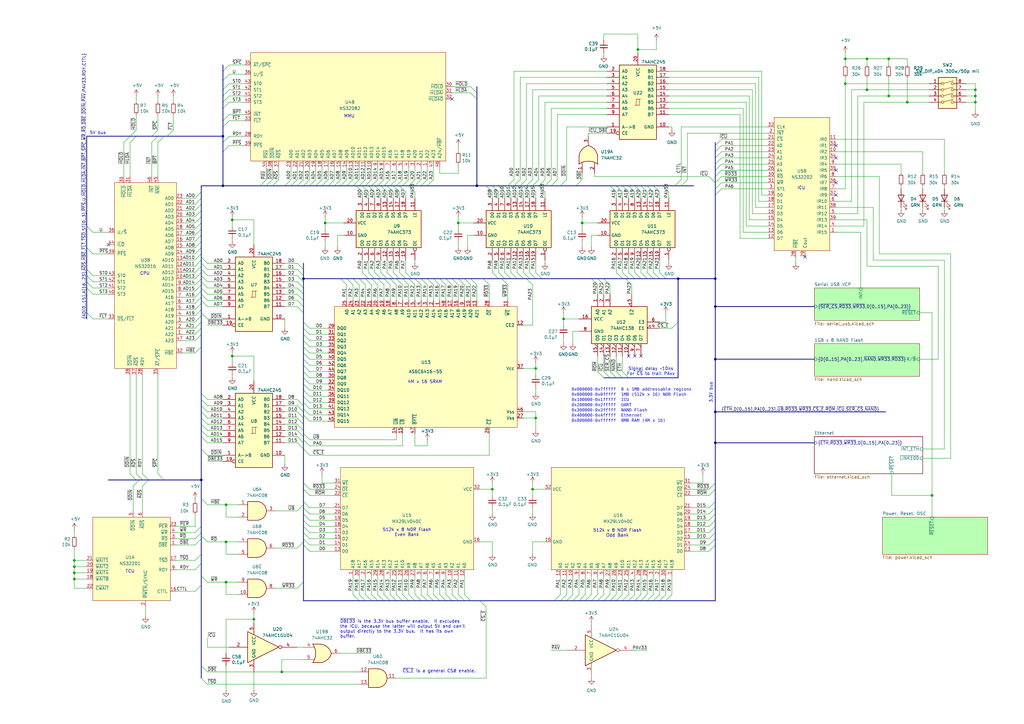
<source format=kicad_sch>
(kicad_sch (version 20231120) (generator "eeschema") (generator_version "8.0")
  (paper "A3")
  (title_block (title "NS32016 Toy PCB") (date "2024-08-10") (rev "Rev 4") (comment 1 "bson@rockgarden.net") (comment 2 "Jan Brittenson") (comment 3 "Power, NS32k Clock, Reset"))
  (junction (at 195.58 76.2))
  (junction (at 278.13 114.3))
  (junction (at 201.93 200.66))
  (junction (at 293.37 125.73))
  (junction (at 91.44 76.2))
  (junction (at 219.71 171.45))
  (junction (at 187.96 91.44))
  (junction (at 218.44 200.66))
  (junction (at 372.11 41.91))
  (junction (at 400.05 39.37))
  (junction (at 293.37 147.32))
  (junction (at 92.71 222.25))
  (junction (at 95.25 90.17))
  (junction (at 364.49 39.37))
  (junction (at 92.71 207.01))
  (junction (at 82.55 196.85))
  (junction (at 346.71 24.13))
  (junction (at 400.05 41.91))
  (junction (at 355.6 36.83))
  (junction (at 364.49 24.13))
  (junction (at 293.37 114.3))
  (junction (at 133.35 91.44))
  (junction (at 115.57 275.59))
  (junction (at 382.27 203.2))
  (junction (at 30.48 232.41))
  (junction (at 293.37 168.91))
  (junction (at 30.48 234.95))
  (junction (at 293.37 181.61))
  (junction (at 92.71 238.76))
  (junction (at 91.44 55.88))
  (junction (at 219.71 151.13))
  (junction (at 355.6 24.13))
  (junction (at 261.62 20.32))
  (junction (at 104.14 254))
  (junction (at 238.76 91.44))
  (junction (at 346.71 34.29))
  (junction (at 124.46 114.3))
  (junction (at 95.25 146.05))
  (junction (at 231.14 130.81))
  (junction (at 30.48 237.49))
  (junction (at 30.48 229.87))
  (junction (at 400.05 36.83))
  (no_connect (at 342.9 69.85))
  (no_connect (at 342.9 74.93))
  (no_connect (at 342.9 59.69))
  (no_connect (at 262.89 146.05))
  (no_connect (at 330.2 105.41))
  (no_connect (at 260.35 146.05))
  (no_connect (at 342.9 64.77))
  (no_connect (at 342.9 80.01))
  (no_connect (at 257.81 146.05))
  (no_connect (at 185.42 40.64))
  (no_connect (at 44.45 100.33))
  (bus_entry (at 82.55 171.45) (size 2.54 2.54))
  (bus_entry (at 215.9 76.2) (size 2.54 -2.54))
  (bus_entry (at 80.01 93.98) (size 2.54 -2.54))
  (bus_entry (at 124.46 180.34) (size 2.54 2.54))
  (bus_entry (at 160.02 76.2) (size 2.54 -2.54))
  (bus_entry (at 276.86 76.2) (size 2.54 -2.54))
  (bus_entry (at 127 76.2) (size 2.54 -2.54))
  (bus_entry (at 156.21 76.2) (size 2.54 2.54))
  (bus_entry (at 293.37 72.39) (size 2.54 -2.54))
  (bus_entry (at 209.55 76.2) (size 2.54 2.54))
  (bus_entry (at 82.55 163.83) (size 2.54 2.54))
  (bus_entry (at 167.64 76.2) (size 2.54 2.54))
  (bus_entry (at 212.09 76.2) (size 2.54 2.54))
  (bus_entry (at 270.51 246.38) (size 2.54 -2.54))
  (bus_entry (at 185.42 246.38) (size -2.54 -2.54))
  (bus_entry (at 149.86 76.2) (size 2.54 -2.54))
  (bus_entry (at 223.52 76.2) (size 2.54 -2.54))
  (bus_entry (at 267.97 76.2) (size 2.54 2.54))
  (bus_entry (at 293.37 205.74) (size -2.54 2.54))
  (bus_entry (at 121.92 120.65) (size 2.54 2.54))
  (bus_entry (at 250.19 246.38) (size 2.54 -2.54))
  (bus_entry (at 139.7 114.3) (size 2.54 2.54))
  (bus_entry (at 85.09 222.25) (size -2.54 -2.54))
  (bus_entry (at 247.65 246.38) (size 2.54 -2.54))
  (bus_entry (at 144.78 76.2) (size 2.54 -2.54))
  (bus_entry (at 242.57 114.3) (size 2.54 2.54))
  (bus_entry (at 80.01 114.3) (size 2.54 -2.54))
  (bus_entry (at 293.37 62.23) (size 2.54 -2.54))
  (bus_entry (at 293.37 208.28) (size -2.54 2.54))
  (bus_entry (at 91.44 44.45) (size 2.54 -2.54))
  (bus_entry (at 154.94 76.2) (size 2.54 -2.54))
  (bus_entry (at 237.49 246.38) (size 2.54 -2.54))
  (bus_entry (at 50.8 58.42) (size 2.54 -2.54))
  (bus_entry (at 167.64 76.2) (size 2.54 -2.54))
  (bus_entry (at 265.43 111.76) (size 2.54 2.54))
  (bus_entry (at 116.84 76.2) (size 2.54 -2.54))
  (bus_entry (at 82.55 110.49) (size 2.54 2.54))
  (bus_entry (at 262.89 111.76) (size 2.54 2.54))
  (bus_entry (at 148.59 76.2) (size 2.54 2.54))
  (bus_entry (at 256.54 114.3) (size 2.54 2.54))
  (bus_entry (at 293.37 223.52) (size -2.54 2.54))
  (bus_entry (at 257.81 111.76) (size 2.54 2.54))
  (bus_entry (at 91.44 39.37) (size 2.54 -2.54))
  (bus_entry (at 247.65 114.3) (size 2.54 2.54))
  (bus_entry (at 82.55 123.19) (size 2.54 2.54))
  (bus_entry (at 149.86 246.38) (size -2.54 -2.54))
  (bus_entry (at 91.44 36.83) (size 2.54 -2.54))
  (bus_entry (at 82.55 118.11) (size 2.54 2.54))
  (bus_entry (at 121.92 118.11) (size 2.54 2.54))
  (bus_entry (at 111.76 76.2) (size 2.54 -2.54))
  (bus_entry (at 156.21 111.76) (size 2.54 2.54))
  (bus_entry (at 124.46 220.98) (size 2.54 2.54))
  (bus_entry (at 252.73 76.2) (size 2.54 2.54))
  (bus_entry (at 262.89 76.2) (size 2.54 2.54))
  (bus_entry (at 234.95 246.38) (size 2.54 -2.54))
  (bus_entry (at 172.72 246.38) (size -2.54 -2.54))
  (bus_entry (at 121.92 168.91) (size 2.54 2.54))
  (bus_entry (at 124.46 207.01) (size -2.54 2.54))
  (bus_entry (at 82.55 184.15) (size 2.54 2.54))
  (bus_entry (at 121.92 171.45) (size 2.54 2.54))
  (bus_entry (at 201.93 76.2) (size 2.54 2.54))
  (bus_entry (at 106.68 76.2) (size 2.54 -2.54))
  (bus_entry (at 85.09 207.01) (size -2.54 -2.54))
  (bus_entry (at 121.92 166.37) (size 2.54 2.54))
  (bus_entry (at 293.37 69.85) (size 2.54 -2.54))
  (bus_entry (at 152.4 76.2) (size 2.54 -2.54))
  (bus_entry (at 91.44 33.02) (size 2.54 -2.54))
  (bus_entry (at 124.46 144.78) (size 2.54 2.54))
  (bus_entry (at 175.26 246.38) (size -2.54 -2.54))
  (bus_entry (at 180.34 114.3) (size 2.54 2.54))
  (bus_entry (at 177.8 246.38) (size -2.54 -2.54))
  (bus_entry (at 217.17 111.76) (size 2.54 2.54))
  (bus_entry (at 129.54 76.2) (size 2.54 -2.54))
  (bus_entry (at 161.29 111.76) (size 2.54 2.54))
  (bus_entry (at 91.44 29.21) (size 2.54 -2.54))
  (bus_entry (at 121.92 76.2) (size 2.54 -2.54))
  (bus_entry (at 260.35 111.76) (size 2.54 2.54))
  (bus_entry (at 217.17 76.2) (size 2.54 2.54))
  (bus_entry (at 80.01 86.36) (size 2.54 -2.54))
  (bus_entry (at 153.67 76.2) (size 2.54 2.54))
  (bus_entry (at 255.27 76.2) (size 2.54 2.54))
  (bus_entry (at 124.46 218.44) (size 2.54 2.54))
  (bus_entry (at 82.55 128.27) (size 2.54 2.54))
  (bus_entry (at 199.39 76.2) (size 2.54 2.54))
  (bus_entry (at 82.55 107.95) (size 2.54 2.54))
  (bus_entry (at 82.55 240.03) (size -2.54 2.54))
  (bus_entry (at 124.46 162.56) (size 2.54 2.54))
  (bus_entry (at 124.46 215.9) (size 2.54 2.54))
  (bus_entry (at 149.86 114.3) (size 2.54 2.54))
  (bus_entry (at 220.98 76.2) (size 2.54 -2.54))
  (bus_entry (at 196.85 246.38) (size 2.54 2.54))
  (bus_entry (at 64.77 194.31) (size 2.54 2.54))
  (bus_entry (at 35.56 118.11) (size 2.54 2.54))
  (bus_entry (at 139.7 76.2) (size 2.54 -2.54))
  (bus_entry (at 124.46 157.48) (size 2.54 2.54))
  (bus_entry (at 185.42 114.3) (size 2.54 2.54))
  (bus_entry (at 160.02 246.38) (size -2.54 -2.54))
  (bus_entry (at 62.23 58.42) (size 2.54 -2.54))
  (bus_entry (at 153.67 111.76) (size 2.54 2.54))
  (bus_entry (at 293.37 74.93) (size 2.54 -2.54))
  (bus_entry (at 295.91 77.47) (size -2.54 2.54))
  (bus_entry (at 205.74 114.3) (size 2.54 2.54))
  (bus_entry (at 207.01 76.2) (size 2.54 2.54))
  (bus_entry (at 151.13 76.2) (size 2.54 2.54))
  (bus_entry (at 229.87 246.38) (size 2.54 -2.54))
  (bus_entry (at 204.47 76.2) (size 2.54 2.54))
  (bus_entry (at 193.04 35.56) (size 2.54 2.54))
  (bus_entry (at 255.27 152.4) (size 2.54 2.54))
  (bus_entry (at 267.97 246.38) (size 2.54 -2.54))
  (bus_entry (at 252.73 152.4) (size 2.54 2.54))
  (bus_entry (at 85.09 238.76) (size -2.54 -2.54))
  (bus_entry (at 167.64 114.3) (size 2.54 2.54))
  (bus_entry (at 147.32 246.38) (size -2.54 -2.54))
  (bus_entry (at 152.4 114.3) (size 2.54 2.54))
  (bus_entry (at 219.71 111.76) (size 2.54 2.54))
  (bus_entry (at 80.01 132.08) (size 2.54 -2.54))
  (bus_entry (at 163.83 76.2) (size 2.54 2.54))
  (bus_entry (at 147.32 114.3) (size 2.54 2.54))
  (bus_entry (at 80.01 220.98) (size 2.54 -2.54))
  (bus_entry (at 124.46 139.7) (size 2.54 2.54))
  (bus_entry (at 157.48 76.2) (size 2.54 -2.54))
  (bus_entry (at 68.58 55.88) (size 2.54 -2.54))
  (bus_entry (at 170.18 76.2) (size 2.54 -2.54))
  (bus_entry (at 124.46 223.52) (size 2.54 2.54))
  (bus_entry (at 245.11 152.4) (size 2.54 2.54))
  (bus_entry (at 124.46 205.74) (size 2.54 2.54))
  (bus_entry (at 265.43 76.2) (size 2.54 2.54))
  (bus_entry (at 80.01 223.52) (size 2.54 -2.54))
  (bus_entry (at 80.01 91.44) (size 2.54 -2.54))
  (bus_entry (at 80.01 83.82) (size 2.54 -2.54))
  (bus_entry (at 293.37 74.93) (size -2.54 -2.54))
  (bus_entry (at 124.46 134.62) (size 2.54 2.54))
  (bus_entry (at 121.92 181.61) (size 2.54 2.54))
  (bus_entry (at 255.27 111.76) (size 2.54 2.54))
  (bus_entry (at 35.56 110.49) (size 2.54 2.54))
  (bus_entry (at 201.93 111.76) (size 2.54 2.54))
  (bus_entry (at 236.22 76.2) (size 2.54 -2.54))
  (bus_entry (at 132.08 76.2) (size 2.54 -2.54))
  (bus_entry (at 226.06 76.2) (size 2.54 -2.54))
  (bus_entry (at 82.55 161.29) (size 2.54 2.54))
  (bus_entry (at 162.56 246.38) (size -2.54 -2.54))
  (bus_entry (at 82.55 105.41) (size 2.54 2.54))
  (bus_entry (at 293.37 220.98) (size -2.54 2.54))
  (bus_entry (at 193.04 246.38) (size -2.54 -2.54))
  (bus_entry (at 245.11 246.38) (size 2.54 -2.54))
  (bus_entry (at 124.46 142.24) (size 2.54 2.54))
  (bus_entry (at 82.55 273.05) (size 2.54 2.54))
  (bus_entry (at 250.19 152.4) (size 2.54 2.54))
  (bus_entry (at 271.78 76.2) (size 2.54 2.54))
  (bus_entry (at 82.55 120.65) (size 2.54 2.54))
  (bus_entry (at 207.01 111.76) (size 2.54 2.54))
  (bus_entry (at 232.41 246.38) (size 2.54 -2.54))
  (bus_entry (at 121.92 123.19) (size 2.54 2.54))
  (bus_entry (at 208.28 76.2) (size 2.54 -2.54))
  (bus_entry (at 170.18 114.3) (size 2.54 2.54))
  (bus_entry (at 124.46 167.64) (size 2.54 2.54))
  (bus_entry (at 80.01 109.22) (size 2.54 -2.54))
  (bus_entry (at 134.62 76.2) (size 2.54 -2.54))
  (bus_entry (at 124.46 198.12) (size 2.54 2.54))
  (bus_entry (at 293.37 59.69) (size 2.54 -2.54))
  (bus_entry (at 91.44 49.53) (size 2.54 -2.54))
  (bus_entry (at 80.01 229.87) (size 2.54 -2.54))
  (bus_entry (at 175.26 114.3) (size 2.54 2.54))
  (bus_entry (at 190.5 246.38) (size -2.54 -2.54))
  (bus_entry (at 121.92 179.07) (size 2.54 2.54))
  (bus_entry (at 165.1 76.2) (size 2.54 -2.54))
  (bus_entry (at 172.72 114.3) (size 2.54 2.54))
  (bus_entry (at 295.91 64.77) (size -2.54 2.54))
  (bus_entry (at 151.13 111.76) (size 2.54 2.54))
  (bus_entry (at 124.46 152.4) (size 2.54 2.54))
  (bus_entry (at 165.1 114.3) (size 2.54 2.54))
  (bus_entry (at 119.38 76.2) (size 2.54 -2.54))
  (bus_entry (at 212.09 111.76) (size 2.54 2.54))
  (bus_entry (at 163.83 111.76) (size 2.54 2.54))
  (bus_entry (at 121.92 115.57) (size 2.54 2.54))
  (bus_entry (at 124.46 76.2) (size 2.54 -2.54))
  (bus_entry (at 80.01 99.06) (size 2.54 -2.54))
  (bus_entry (at 53.34 58.42) (size 2.54 -2.54))
  (bus_entry (at 124.46 137.16) (size 2.54 2.54))
  (bus_entry (at 121.92 125.73) (size 2.54 2.54))
  (bus_entry (at 162.56 114.3) (size 2.54 2.54))
  (bus_entry (at 80.01 129.54) (size 2.54 -2.54))
  (bus_entry (at 80.01 127) (size 2.54 -2.54))
  (bus_entry (at 137.16 76.2) (size 2.54 -2.54))
  (bus_entry (at 80.01 124.46) (size 2.54 -2.54))
  (bus_entry (at 124.46 165.1) (size 2.54 2.54))
  (bus_entry (at 165.1 246.38) (size -2.54 -2.54))
  (bus_entry (at 121.92 113.03) (size 2.54 2.54))
  (bus_entry (at 187.96 114.3) (size 2.54 2.54))
  (bus_entry (at 80.01 104.14) (size 2.54 -2.54))
  (bus_entry (at 240.03 246.38) (size 2.54 -2.54))
  (bus_entry (at 144.78 114.3) (size 2.54 2.54))
  (bus_entry (at 293.37 77.47) (size 2.54 -2.54))
  (bus_entry (at 82.55 142.24) (size -2.54 2.54))
  (bus_entry (at 175.26 76.2) (size 2.54 -2.54))
  (bus_entry (at 167.64 246.38) (size -2.54 -2.54))
  (bus_entry (at 187.96 246.38) (size -2.54 -2.54))
  (bus_entry (at 80.01 139.7) (size 2.54 -2.54))
  (bus_entry (at 124.46 184.15) (size 2.54 2.54))
  (bus_entry (at 220.98 76.2) (size 2.54 2.54))
  (bus_entry (at 158.75 111.76) (size 2.54 2.54))
  (bus_entry (at 260.35 76.2) (size 2.54 2.54))
  (bus_entry (at 157.48 114.3) (size 2.54 2.54))
  (bus_entry (at 157.48 246.38) (size -2.54 -2.54))
  (bus_entry (at 242.57 246.38) (size 2.54 -2.54))
  (bus_entry (at 80.01 106.68) (size 2.54 -2.54))
  (bus_entry (at 80.01 96.52) (size 2.54 -2.54))
  (bus_entry (at 124.46 200.66) (size 2.54 2.54))
  (bus_entry (at 54.61 199.39) (size 2.54 -2.54))
  (bus_entry (at 80.01 119.38) (size 2.54 -2.54))
  (bus_entry (at 215.9 114.3) (size 2.54 2.54))
  (bus_entry (at 35.56 115.57) (size 2.54 2.54))
  (bus_entry (at 124.46 213.36) (size 2.54 2.54))
  (bus_entry (at 162.56 76.2) (size 2.54 -2.54))
  (bus_entry (at 250.19 76.2) (size 2.54 2.54))
  (bus_entry (at 209.55 111.76) (size 2.54 2.54))
  (bus_entry (at 35.56 92.71) (size 2.54 2.54))
  (bus_entry (at 293.37 200.66) (size -2.54 2.54))
  (bus_entry (at 154.94 114.3) (size 2.54 2.54))
  (bus_entry (at 158.75 76.2) (size 2.54 2.54))
  (bus_entry (at 80.01 218.44) (size 2.54 -2.54))
  (bus_entry (at 124.46 149.86) (size 2.54 2.54))
  (bus_entry (at 245.11 114.3) (size 2.54 2.54))
  (bus_entry (at 82.55 278.13) (size 2.54 2.54))
  (bus_entry (at 58.42 194.31) (size 2.54 2.54))
  (bus_entry (at 80.01 121.92) (size 2.54 -2.54))
  (bus_entry (at 80.01 111.76) (size 2.54 -2.54))
  (bus_entry (at 121.92 107.95) (size 2.54 2.54))
  (bus_entry (at 198.12 114.3) (size 2.54 2.54))
  (bus_entry (at 265.43 246.38) (size 2.54 -2.54))
  (bus_entry (at 148.59 111.76) (size 2.54 2.54))
  (bus_entry (at 91.44 41.91) (size 2.54 -2.54))
  (bus_entry (at 91.44 52.07) (size 2.54 -2.54))
  (bus_entry (at 82.55 176.53) (size 2.54 2.54))
  (bus_entry (at 213.36 76.2) (size 2.54 -2.54))
  (bus_entry (at 80.01 137.16) (size 2.54 -2.54))
  (bus_entry (at 247.65 152.4) (size 2.54 2.54))
  (bus_entry (at 82.55 115.57) (size 2.54 2.54))
  (bus_entry (at 154.94 246.38) (size -2.54 -2.54))
  (bus_entry (at 293.37 215.9) (size -2.54 2.54))
  (bus_entry (at 80.01 134.62) (size 2.54 -2.54))
  (bus_entry (at 218.44 76.2) (size 2.54 -2.54))
  (bus_entry (at 124.46 238.76) (size -2.54 2.54))
  (bus_entry (at 180.34 246.38) (size -2.54 -2.54))
  (bus_entry (at 190.5 114.3) (size 2.54 2.54))
  (bus_entry (at 252.73 111.76) (size 2.54 2.54))
  (bus_entry (at 279.4 76.2) (size 2.54 -2.54))
  (bus_entry (at 293.37 210.82) (size -2.54 2.54))
  (bus_entry (at 124.46 154.94) (size 2.54 2.54))
  (bus_entry (at 58.42 199.39) (size 2.54 -2.54))
  (bus_entry (at 177.8 114.3) (size 2.54 2.54))
  (bus_entry (at 82.55 168.91) (size 2.54 2.54))
  (bus_entry (at 124.46 132.08) (size 2.54 2.54))
  (bus_entry (at 214.63 76.2) (size 2.54 2.54))
  (bus_entry (at 124.46 177.8) (size 2.54 2.54))
  (bus_entry (at 293.37 218.44) (size -2.54 2.54))
  (bus_entry (at 252.73 246.38) (size 2.54 -2.54))
  (bus_entry (at 82.55 179.07) (size 2.54 2.54))
  (bus_entry (at 121.92 163.83) (size 2.54 2.54))
  (bus_entry (at 227.33 246.38) (size 2.54 -2.54))
  (bus_entry (at 53.34 55.88) (size 2.54 -2.54))
  (bus_entry (at 257.81 76.2) (size 2.54 2.54))
  (bus_entry (at 80.01 101.6) (size 2.54 -2.54))
  (bus_entry (at 293.37 198.12) (size -2.54 2.54))
  (bus_entry (at 257.81 246.38) (size 2.54 -2.54))
  (bus_entry (at 80.01 233.68) (size 2.54 -2.54))
  (bus_entry (at 273.05 246.38) (size 2.54 -2.54))
  (bus_entry (at 147.32 76.2) (size 2.54 -2.54))
  (bus_entry (at 295.91 62.23) (size -2.54 2.54))
  (bus_entry (at 270.51 111.76) (size 2.54 2.54))
  (bus_entry (at 80.01 81.28) (size 2.54 -2.54))
  (bus_entry (at 142.24 114.3) (size 2.54 2.54))
  (bus_entry (at 35.56 128.27) (size 2.54 2.54))
  (bus_entry (at 62.23 55.88) (size 2.54 -2.54))
  (bus_entry (at 91.44 62.23) (size 2.54 -2.54))
  (bus_entry (at 124.46 170.18) (size 2.54 2.54))
  (bus_entry (at 262.89 246.38) (size 2.54 -2.54))
  (bus_entry (at 182.88 114.3) (size 2.54 2.54))
  (bus_entry (at 152.4 246.38) (size -2.54 -2.54))
  (bus_entry (at 124.46 210.82) (size 2.54 2.54))
  (bus_entry (at 170.18 246.38) (size -2.54 -2.54))
  (bus_entry (at 267.97 111.76) (size 2.54 2.54))
  (bus_entry (at 255.27 246.38) (size 2.54 -2.54))
  (bus_entry (at 146.05 76.2) (size 2.54 2.54))
  (bus_entry (at 91.44 58.42) (size 2.54 -2.54))
  (bus_entry (at 80.01 88.9) (size 2.54 -2.54))
  (bus_entry (at 35.56 101.6) (size 2.54 2.54))
  (bus_entry (at 210.82 76.2) (size 2.54 -2.54))
  (bus_entry (at 109.22 76.2) (size 2.54 -2.54))
  (bus_entry (at 160.02 114.3) (size 2.54 2.54))
  (bus_entry (at 166.37 111.76) (size 2.54 2.54))
  (bus_entry (at 121.92 173.99) (size 2.54 2.54))
  (bus_entry (at 121.92 110.49) (size 2.54 2.54))
  (bus_entry (at 124.46 222.25) (size -2.54 2.54))
  (bus_entry (at 204.47 111.76) (size 2.54 2.54))
  (bus_entry (at 82.55 113.03) (size 2.54 2.54))
  (bus_entry (at 161.29 76.2) (size 2.54 2.54))
  (bus_entry (at 229.87 76.2) (size 2.54 -2.54))
  (bus_entry (at 260.35 246.38) (size 2.54 -2.54))
  (bus_entry (at 80.01 116.84) (size 2.54 -2.54))
  (bus_entry (at 82.55 173.99) (size 2.54 2.54))
  (bus_entry (at 124.46 147.32) (size 2.54 2.54))
  (bus_entry (at 275.59 134.62) (size 2.54 -2.54))
  (bus_entry (at 64.77 58.42) (size 2.54 -2.54))
  (bus_entry (at 182.88 246.38) (size -2.54 -2.54))
  (bus_entry (at 172.72 76.2) (size 2.54 -2.54))
  (bus_entry (at 214.63 111.76) (size 2.54 2.54))
  (bus_entry (at 293.37 213.36) (size -2.54 2.54))
  (bus_entry (at 53.34 194.31) (size 2.54 2.54))
  (bus_entry (at 142.24 76.2) (size 2.54 -2.54))
  (bus_entry (at 124.46 160.02) (size 2.54 2.54))
  (bus_entry (at 193.04 38.1) (size 2.54 2.54))
  (bus_entry (at 124.46 208.28) (size 2.54 2.54))
  (bus_entry (at 121.92 176.53) (size 2.54 2.54))
  (bus_entry (at 55.88 194.31) (size 2.54 2.54))
  (bus_entry (at 193.04 114.3) (size 2.54 2.54))
  (bus_entry (at 35.56 113.03) (size 2.54 2.54))
  (bus_entry (at 82.55 166.37) (size 2.54 2.54))
  (bus (pts (xy 67.31 196.85) (xy 82.55 196.85)))
  (wire (pts (xy 346.71 21.59) (xy 346.71 24.13)))
  (bus (pts (xy 252.73 246.38) (xy 255.27 246.38)))
  (bus (pts (xy 82.55 76.2) (xy 91.44 76.2)))
  (wire (pts (xy 290.83 220.98) (xy 283.21 220.98)))
  (wire (pts (xy 387.35 76.2) (xy 387.35 77.47)))
  (bus (pts (xy 270.51 246.38) (xy 273.05 246.38)))
  (wire (pts (xy 257.81 243.84) (xy 257.81 236.22)))
  (bus (pts (xy 293.37 125.73) (xy 293.37 147.32)))
  (wire (pts (xy 115.57 270.51) (xy 124.46 270.51)))
  (bus (pts (xy 293.37 213.36) (xy 293.37 215.9)))
  (bus (pts (xy 262.89 246.38) (xy 265.43 246.38)))
  (wire (pts (xy 187.96 71.12) (xy 187.96 67.31)))
  (wire (pts (xy 372.11 31.75) (xy 372.11 41.91)))
  (wire (pts (xy 127 215.9) (xy 137.16 215.9)))
  (wire (pts (xy 85.09 130.81) (xy 91.44 130.81)))
  (wire (pts (xy 213.36 31.75) (xy 213.36 73.66)))
  (bus (pts (xy 209.55 114.3) (xy 212.09 114.3)))
  (wire (pts (xy 365.76 194.31) (xy 365.76 203.2)))
  (bus (pts (xy 217.17 76.2) (xy 218.44 76.2)))
  (wire (pts (xy 127 208.28) (xy 137.16 208.28)))
  (bus (pts (xy 53.34 55.88) (xy 55.88 55.88)))
  (wire (pts (xy 38.1 104.14) (xy 44.45 104.14)))
  (bus (pts (xy 219.71 114.3) (xy 222.25 114.3)))
  (wire (pts (xy 165.1 243.84) (xy 165.1 236.22)))
  (wire (pts (xy 64.77 53.34) (xy 64.77 46.99)))
  (wire (pts (xy 214.63 106.68) (xy 214.63 111.76)))
  (wire (pts (xy 175.26 182.88) (xy 170.18 182.88)))
  (wire (pts (xy 85.09 113.03) (xy 91.44 113.03)))
  (wire (pts (xy 187.96 88.9) (xy 187.96 91.44)))
  (wire (pts (xy 209.55 106.68) (xy 209.55 111.76)))
  (wire (pts (xy 270.51 78.74) (xy 270.51 81.28)))
  (wire (pts (xy 180.34 71.12) (xy 187.96 71.12)))
  (bus (pts (xy 167.64 246.38) (xy 170.18 246.38)))
  (bus (pts (xy 199.39 76.2) (xy 201.93 76.2)))
  (wire (pts (xy 144.78 116.84) (xy 144.78 123.19)))
  (wire (pts (xy 237.49 243.84) (xy 237.49 236.22)))
  (wire (pts (xy 80.01 93.98) (xy 74.93 93.98)))
  (bus (pts (xy 82.55 114.3) (xy 82.55 115.57)))
  (wire (pts (xy 252.73 111.76) (xy 252.73 106.68)))
  (wire (pts (xy 92.71 212.09) (xy 97.79 212.09)))
  (bus (pts (xy 82.55 171.45) (xy 82.55 173.99)))
  (wire (pts (xy 182.88 243.84) (xy 182.88 236.22)))
  (wire (pts (xy 80.01 229.87) (xy 72.39 229.87)))
  (wire (pts (xy 127 154.94) (xy 134.62 154.94)))
  (bus (pts (xy 82.55 220.98) (xy 82.55 227.33)))
  (bus (pts (xy 234.95 246.38) (xy 237.49 246.38)))
  (wire (pts (xy 64.77 72.39) (xy 64.77 58.42)))
  (wire (pts (xy 199.39 278.13) (xy 162.56 278.13)))
  (wire (pts (xy 217.17 106.68) (xy 217.17 111.76)))
  (wire (pts (xy 223.52 41.91) (xy 223.52 73.66)))
  (bus (pts (xy 293.37 125.73) (xy 293.37 114.3)))
  (wire (pts (xy 127 223.52) (xy 137.16 223.52)))
  (bus (pts (xy 58.42 196.85) (xy 60.96 196.85)))
  (bus (pts (xy 223.52 76.2) (xy 226.06 76.2)))
  (wire (pts (xy 62.23 72.39) (xy 62.23 58.42)))
  (bus (pts (xy 293.37 62.23) (xy 293.37 64.77)))
  (wire (pts (xy 364.49 31.75) (xy 364.49 39.37)))
  (bus (pts (xy 35.56 101.6) (xy 35.56 110.49)))
  (bus (pts (xy 242.57 246.38) (xy 245.11 246.38)))
  (wire (pts (xy 162.56 68.58) (xy 162.56 73.66)))
  (wire (pts (xy 144.78 68.58) (xy 144.78 73.66)))
  (wire (pts (xy 255.27 243.84) (xy 255.27 236.22)))
  (wire (pts (xy 275.59 243.84) (xy 275.59 236.22)))
  (bus (pts (xy 60.96 196.85) (xy 67.31 196.85)))
  (wire (pts (xy 85.09 280.67) (xy 147.32 280.67)))
  (bus (pts (xy 82.55 128.27) (xy 82.55 129.54)))
  (bus (pts (xy 124.46 220.98) (xy 124.46 222.25)))
  (wire (pts (xy 127 137.16) (xy 134.62 137.16)))
  (bus (pts (xy 293.37 205.74) (xy 293.37 208.28)))
  (wire (pts (xy 358.14 85.09) (xy 342.9 85.09)))
  (wire (pts (xy 175.26 243.84) (xy 175.26 236.22)))
  (wire (pts (xy 80.01 83.82) (xy 74.93 83.82)))
  (wire (pts (xy 346.71 24.13) (xy 346.71 26.67)))
  (wire (pts (xy 265.43 78.74) (xy 265.43 81.28)))
  (bus (pts (xy 124.46 181.61) (xy 124.46 184.15)))
  (wire (pts (xy 180.34 68.58) (xy 180.34 71.12)))
  (bus (pts (xy 35.56 115.57) (xy 35.56 118.11)))
  (bus (pts (xy 293.37 147.32) (xy 293.37 168.91)))
  (wire (pts (xy 71.12 41.91) (xy 71.12 39.37)))
  (wire (pts (xy 270.51 243.84) (xy 270.51 236.22)))
  (wire (pts (xy 127 134.62) (xy 134.62 134.62)))
  (wire (pts (xy 153.67 106.68) (xy 153.67 111.76)))
  (bus (pts (xy 68.58 55.88) (xy 91.44 55.88)))
  (wire (pts (xy 72.39 242.57) (xy 80.01 242.57)))
  (wire (pts (xy 247.65 152.4) (xy 247.65 146.05)))
  (bus (pts (xy 137.16 76.2) (xy 139.7 76.2)))
  (bus (pts (xy 64.77 55.88) (xy 67.31 55.88)))
  (wire (pts (xy 127 144.78) (xy 134.62 144.78)))
  (wire (pts (xy 262.89 106.68) (xy 262.89 111.76)))
  (wire (pts (xy 346.71 34.29) (xy 346.71 77.47)))
  (wire (pts (xy 223.52 78.74) (xy 223.52 81.28)))
  (wire (pts (xy 147.32 116.84) (xy 147.32 123.19)))
  (wire (pts (xy 163.83 106.68) (xy 163.83 111.76)))
  (wire (pts (xy 151.13 78.74) (xy 151.13 81.28)))
  (wire (pts (xy 80.01 109.22) (xy 74.93 109.22)))
  (wire (pts (xy 80.01 99.06) (xy 74.93 99.06)))
  (wire (pts (xy 218.44 198.12) (xy 218.44 200.66)))
  (bus (pts (xy 124.46 215.9) (xy 124.46 218.44)))
  (bus (pts (xy 260.35 76.2) (xy 262.89 76.2)))
  (wire (pts (xy 369.57 67.31) (xy 342.9 67.31)))
  (bus (pts (xy 257.81 114.3) (xy 260.35 114.3)))
  (wire (pts (xy 92.71 238.76) (xy 97.79 238.76)))
  (wire (pts (xy 354.33 41.91) (xy 354.33 92.71)))
  (bus (pts (xy 119.38 76.2) (xy 121.92 76.2)))
  (wire (pts (xy 257.81 106.68) (xy 257.81 111.76)))
  (bus (pts (xy 106.68 76.2) (xy 109.22 76.2)))
  (wire (pts (xy 93.98 26.67) (xy 100.33 26.67)))
  (bus (pts (xy 237.49 246.38) (xy 240.03 246.38)))
  (wire (pts (xy 180.34 243.84) (xy 180.34 236.22)))
  (bus (pts (xy 293.37 181.61) (xy 334.01 181.61)))
  (wire (pts (xy 252.73 152.4) (xy 252.73 146.05)))
  (wire (pts (xy 238.76 73.66) (xy 238.76 71.12)))
  (wire (pts (xy 133.35 91.44) (xy 133.35 93.98)))
  (bus (pts (xy 163.83 76.2) (xy 165.1 76.2)))
  (bus (pts (xy 124.46 76.2) (xy 127 76.2)))
  (bus (pts (xy 82.55 184.15) (xy 82.55 196.85)))
  (wire (pts (xy 260.35 78.74) (xy 260.35 81.28)))
  (bus (pts (xy 82.55 240.03) (xy 82.55 273.05)))
  (wire (pts (xy 219.71 171.45) (xy 219.71 168.91)))
  (wire (pts (xy 237.49 130.81) (xy 231.14 130.81)))
  (wire (pts (xy 342.9 95.25) (xy 353.06 95.25)))
  (bus (pts (xy 129.54 76.2) (xy 132.08 76.2)))
  (wire (pts (xy 190.5 236.22) (xy 190.5 243.84)))
  (wire (pts (xy 152.4 116.84) (xy 152.4 123.19)))
  (bus (pts (xy 293.37 200.66) (xy 293.37 205.74)))
  (wire (pts (xy 80.01 116.84) (xy 74.93 116.84)))
  (bus (pts (xy 267.97 76.2) (xy 271.78 76.2)))
  (wire (pts (xy 157.48 73.66) (xy 157.48 68.58)))
  (wire (pts (xy 167.64 116.84) (xy 167.64 123.19)))
  (wire (pts (xy 85.09 176.53) (xy 91.44 176.53)))
  (wire (pts (xy 355.6 36.83) (xy 381 36.83)))
  (bus (pts (xy 124.46 168.91) (xy 124.46 170.18)))
  (wire (pts (xy 158.75 106.68) (xy 158.75 111.76)))
  (wire (pts (xy 85.09 275.59) (xy 115.57 275.59)))
  (wire (pts (xy 104.14 251.46) (xy 104.14 254)))
  (bus (pts (xy 205.74 114.3) (xy 207.01 114.3)))
  (wire (pts (xy 351.79 39.37) (xy 364.49 39.37)))
  (wire (pts (xy 308.61 87.63) (xy 314.96 87.63)))
  (wire (pts (xy 223.52 41.91) (xy 248.92 41.91)))
  (wire (pts (xy 114.3 73.66) (xy 114.3 68.58)))
  (bus (pts (xy 293.37 72.39) (xy 293.37 74.93)))
  (wire (pts (xy 400.05 39.37) (xy 400.05 36.83)))
  (bus (pts (xy 193.04 114.3) (xy 198.12 114.3)))
  (wire (pts (xy 134.62 68.58) (xy 134.62 73.66)))
  (bus (pts (xy 82.55 106.68) (xy 82.55 107.95)))
  (wire (pts (xy 162.56 177.8) (xy 162.56 180.34)))
  (wire (pts (xy 260.35 106.68) (xy 260.35 111.76)))
  (wire (pts (xy 35.56 232.41) (xy 30.48 232.41)))
  (bus (pts (xy 195.58 40.64) (xy 195.58 76.2)))
  (wire (pts (xy 121.92 115.57) (xy 116.84 115.57)))
  (wire (pts (xy 95.25 154.94) (xy 95.25 153.67)))
  (wire (pts (xy 207.01 78.74) (xy 207.01 81.28)))
  (bus (pts (xy 82.55 173.99) (xy 82.55 176.53)))
  (wire (pts (xy 30.48 241.3) (xy 35.56 241.3)))
  (wire (pts (xy 295.91 69.85) (xy 314.96 69.85)))
  (wire (pts (xy 95.25 90.17) (xy 104.14 90.17)))
  (wire (pts (xy 309.88 85.09) (xy 314.96 85.09)))
  (bus (pts (xy 82.55 273.05) (xy 82.55 278.13)))
  (wire (pts (xy 265.43 266.7) (xy 260.35 266.7)))
  (bus (pts (xy 82.55 129.54) (xy 82.55 132.08)))
  (bus (pts (xy 82.55 118.11) (xy 82.55 119.38)))
  (bus (pts (xy 82.55 78.74) (xy 82.55 81.28)))
  (wire (pts (xy 85.09 189.23) (xy 91.44 189.23)))
  (wire (pts (xy 93.98 39.37) (xy 100.33 39.37)))
  (bus (pts (xy 182.88 114.3) (xy 185.42 114.3)))
  (wire (pts (xy 387.35 57.15) (xy 342.9 57.15)))
  (wire (pts (xy 384.81 109.22) (xy 355.6 109.22)))
  (bus (pts (xy 124.46 208.28) (xy 124.46 210.82)))
  (bus (pts (xy 232.41 246.38) (xy 234.95 246.38)))
  (wire (pts (xy 307.34 39.37) (xy 307.34 90.17)))
  (wire (pts (xy 245.11 91.44) (xy 238.76 91.44)))
  (wire (pts (xy 152.4 243.84) (xy 152.4 236.22)))
  (bus (pts (xy 260.35 114.3) (xy 262.89 114.3)))
  (bus (pts (xy 91.44 76.2) (xy 106.68 76.2)))
  (wire (pts (xy 281.94 73.66) (xy 281.94 54.61)))
  (wire (pts (xy 372.11 41.91) (xy 381 41.91)))
  (bus (pts (xy 82.55 134.62) (xy 82.55 137.16)))
  (wire (pts (xy 187.96 243.84) (xy 187.96 236.22)))
  (wire (pts (xy 35.56 234.95) (xy 30.48 234.95)))
  (wire (pts (xy 127 170.18) (xy 134.62 170.18)))
  (wire (pts (xy 262.89 243.84) (xy 262.89 236.22)))
  (wire (pts (xy 149.86 68.58) (xy 149.86 73.66)))
  (bus (pts (xy 57.15 196.85) (xy 58.42 196.85)))
  (bus (pts (xy 293.37 198.12) (xy 293.37 200.66)))
  (bus (pts (xy 278.13 114.3) (xy 278.13 132.08)))
  (bus (pts (xy 142.24 76.2) (xy 144.78 76.2)))
  (bus (pts (xy 124.46 114.3) (xy 139.7 114.3)))
  (wire (pts (xy 231.14 138.43) (xy 231.14 140.97)))
  (wire (pts (xy 194.31 91.44) (xy 187.96 91.44)))
  (bus (pts (xy 160.02 246.38) (xy 162.56 246.38)))
  (wire (pts (xy 85.09 133.35) (xy 91.44 133.35)))
  (wire (pts (xy 378.46 76.2) (xy 378.46 77.47)))
  (wire (pts (xy 121.92 181.61) (xy 116.84 181.61)))
  (wire (pts (xy 218.44 36.83) (xy 218.44 73.66)))
  (wire (pts (xy 127 165.1) (xy 134.62 165.1)))
  (bus (pts (xy 293.37 220.98) (xy 293.37 223.52)))
  (bus (pts (xy 267.97 246.38) (xy 270.51 246.38)))
  (bus (pts (xy 196.85 246.38) (xy 227.33 246.38)))
  (bus (pts (xy 109.22 76.2) (xy 111.76 76.2)))
  (bus (pts (xy 82.55 179.07) (xy 82.55 184.15)))
  (bus (pts (xy 124.46 139.7) (xy 124.46 142.24)))
  (wire (pts (xy 80.01 121.92) (xy 74.93 121.92)))
  (wire (pts (xy 92.71 207.01) (xy 97.79 207.01)))
  (wire (pts (xy 55.88 153.67) (xy 55.88 194.31)))
  (bus (pts (xy 91.44 29.21) (xy 91.44 33.02)))
  (bus (pts (xy 220.98 76.2) (xy 223.52 76.2)))
  (wire (pts (xy 121.92 168.91) (xy 116.84 168.91)))
  (bus (pts (xy 82.55 132.08) (xy 82.55 134.62)))
  (wire (pts (xy 229.87 236.22) (xy 229.87 243.84)))
  (bus (pts (xy 218.44 76.2) (xy 220.98 76.2)))
  (bus (pts (xy 124.46 118.11) (xy 124.46 120.65)))
  (wire (pts (xy 80.01 96.52) (xy 74.93 96.52)))
  (wire (pts (xy 201.93 227.33) (xy 201.93 222.25)))
  (wire (pts (xy 217.17 78.74) (xy 217.17 81.28)))
  (wire (pts (xy 290.83 208.28) (xy 283.21 208.28)))
  (wire (pts (xy 210.82 29.21) (xy 248.92 29.21)))
  (wire (pts (xy 195.58 116.84) (xy 195.58 123.19)))
  (wire (pts (xy 255.27 146.05) (xy 255.27 152.4)))
  (bus (pts (xy 229.87 246.38) (xy 232.41 246.38)))
  (bus (pts (xy 245.11 114.3) (xy 247.65 114.3)))
  (wire (pts (xy 210.82 29.21) (xy 210.82 73.66)))
  (wire (pts (xy 80.01 91.44) (xy 74.93 91.44)))
  (bus (pts (xy 255.27 246.38) (xy 257.81 246.38)))
  (wire (pts (xy 93.98 34.29) (xy 100.33 34.29)))
  (bus (pts (xy 293.37 168.91) (xy 293.37 181.61)))
  (wire (pts (xy 148.59 111.76) (xy 148.59 106.68)))
  (bus (pts (xy 257.81 76.2) (xy 260.35 76.2)))
  (wire (pts (xy 242.57 276.86) (xy 242.57 278.13)))
  (wire (pts (xy 113.03 224.79) (xy 121.92 224.79)))
  (wire (pts (xy 80.01 106.68) (xy 74.93 106.68)))
  (bus (pts (xy 207.01 114.3) (xy 209.55 114.3)))
  (wire (pts (xy 92.71 222.25) (xy 97.79 222.25)))
  (wire (pts (xy 170.18 116.84) (xy 170.18 123.19)))
  (bus (pts (xy 209.55 76.2) (xy 210.82 76.2)))
  (wire (pts (xy 175.26 68.58) (xy 175.26 73.66)))
  (wire (pts (xy 92.71 227.33) (xy 97.79 227.33)))
  (wire (pts (xy 228.6 46.99) (xy 248.92 46.99)))
  (bus (pts (xy 82.55 113.03) (xy 82.55 114.3)))
  (bus (pts (xy 82.55 110.49) (xy 82.55 111.76)))
  (wire (pts (xy 261.62 20.32) (xy 269.24 20.32)))
  (wire (pts (xy 138.43 101.6) (xy 138.43 96.52)))
  (wire (pts (xy 156.21 78.74) (xy 156.21 81.28)))
  (wire (pts (xy 218.44 227.33) (xy 218.44 222.25)))
  (wire (pts (xy 377.19 128.27) (xy 382.27 128.27)))
  (wire (pts (xy 219.71 158.75) (xy 219.71 161.29)))
  (wire (pts (xy 38.1 130.81) (xy 44.45 130.81)))
  (bus (pts (xy 156.21 76.2) (xy 157.48 76.2)))
  (bus (pts (xy 215.9 76.2) (xy 217.17 76.2)))
  (wire (pts (xy 208.28 116.84) (xy 208.28 123.19)))
  (bus (pts (xy 124.46 184.15) (xy 124.46 198.12)))
  (wire (pts (xy 212.09 78.74) (xy 212.09 81.28)))
  (wire (pts (xy 92.71 254) (xy 104.14 254)))
  (bus (pts (xy 127 76.2) (xy 129.54 76.2)))
  (bus (pts (xy 172.72 114.3) (xy 175.26 114.3)))
  (bus (pts (xy 278.13 132.08) (xy 278.13 154.94)))
  (wire (pts (xy 154.94 116.84) (xy 154.94 123.19)))
  (wire (pts (xy 85.09 163.83) (xy 91.44 163.83)))
  (wire (pts (xy 358.14 106.68) (xy 358.14 85.09)))
  (wire (pts (xy 144.78 243.84) (xy 144.78 236.22)))
  (wire (pts (xy 274.32 29.21) (xy 312.42 29.21)))
  (wire (pts (xy 250.19 152.4) (xy 250.19 146.05)))
  (bus (pts (xy 154.94 114.3) (xy 156.21 114.3)))
  (wire (pts (xy 30.48 229.87) (xy 30.48 232.41)))
  (bus (pts (xy 154.94 246.38) (xy 157.48 246.38)))
  (wire (pts (xy 231.14 130.81) (xy 231.14 133.35)))
  (wire (pts (xy 242.57 255.27) (xy 242.57 256.54)))
  (bus (pts (xy 82.55 119.38) (xy 82.55 120.65)))
  (wire (pts (xy 55.88 41.91) (xy 55.88 39.37)))
  (wire (pts (xy 190.5 116.84) (xy 190.5 123.19)))
  (wire (pts (xy 295.91 72.39) (xy 314.96 72.39)))
  (bus (pts (xy 204.47 76.2) (xy 207.01 76.2)))
  (wire (pts (xy 92.71 273.05) (xy 92.71 283.21)))
  (wire (pts (xy 38.1 120.65) (xy 44.45 120.65)))
  (bus (pts (xy 148.59 76.2) (xy 149.86 76.2)))
  (wire (pts (xy 201.93 198.12) (xy 201.93 200.66)))
  (bus (pts (xy 44.45 196.85) (xy 55.88 196.85)))
  (bus (pts (xy 152.4 76.2) (xy 153.67 76.2)))
  (wire (pts (xy 234.95 135.89) (xy 237.49 135.89)))
  (bus (pts (xy 111.76 76.2) (xy 116.84 76.2)))
  (wire (pts (xy 243.84 72.39) (xy 290.83 72.39)))
  (wire (pts (xy 355.6 90.17) (xy 342.9 90.17)))
  (bus (pts (xy 124.46 132.08) (xy 124.46 134.62)))
  (wire (pts (xy 204.47 78.74) (xy 204.47 81.28)))
  (bus (pts (xy 153.67 76.2) (xy 154.94 76.2)))
  (wire (pts (xy 85.09 181.61) (xy 91.44 181.61)))
  (bus (pts (xy 91.44 41.91) (xy 91.44 44.45)))
  (bus (pts (xy 91.44 36.83) (xy 91.44 39.37)))
  (wire (pts (xy 71.12 53.34) (xy 71.12 46.99)))
  (bus (pts (xy 157.48 114.3) (xy 158.75 114.3)))
  (wire (pts (xy 85.09 120.65) (xy 91.44 120.65)))
  (wire (pts (xy 290.83 213.36) (xy 283.21 213.36)))
  (bus (pts (xy 172.72 246.38) (xy 175.26 246.38)))
  (bus (pts (xy 273.05 246.38) (xy 293.37 246.38)))
  (wire (pts (xy 133.35 99.06) (xy 133.35 101.6)))
  (bus (pts (xy 82.55 109.22) (xy 82.55 110.49)))
  (wire (pts (xy 387.35 57.15) (xy 387.35 71.12)))
  (bus (pts (xy 124.46 110.49) (xy 124.46 113.03)))
  (bus (pts (xy 215.9 114.3) (xy 217.17 114.3)))
  (bus (pts (xy 229.87 76.2) (xy 236.22 76.2)))
  (wire (pts (xy 241.3 54.61) (xy 241.3 55.88)))
  (bus (pts (xy 82.55 99.06) (xy 82.55 101.6)))
  (bus (pts (xy 187.96 114.3) (xy 190.5 114.3)))
  (wire (pts (xy 308.61 36.83) (xy 308.61 87.63)))
  (bus (pts (xy 82.55 127) (xy 82.55 128.27)))
  (wire (pts (xy 162.56 243.84) (xy 162.56 236.22)))
  (bus (pts (xy 35.56 92.71) (xy 35.56 101.6)))
  (bus (pts (xy 35.56 113.03) (xy 35.56 115.57)))
  (wire (pts (xy 377.19 147.32) (xy 384.81 147.32)))
  (wire (pts (xy 132.08 194.31) (xy 132.08 198.12)))
  (wire (pts (xy 127 220.98) (xy 137.16 220.98)))
  (wire (pts (xy 232.41 52.07) (xy 248.92 52.07)))
  (wire (pts (xy 80.01 210.82) (xy 80.01 215.9)))
  (wire (pts (xy 250.19 243.84) (xy 250.19 236.22)))
  (bus (pts (xy 124.46 222.25) (xy 124.46 223.52)))
  (wire (pts (xy 218.44 208.28) (xy 218.44 210.82)))
  (bus (pts (xy 124.46 213.36) (xy 124.46 215.9)))
  (wire (pts (xy 306.07 92.71) (xy 314.96 92.71)))
  (wire (pts (xy 121.92 179.07) (xy 116.84 179.07)))
  (wire (pts (xy 80.01 218.44) (xy 72.39 218.44)))
  (bus (pts (xy 208.28 76.2) (xy 209.55 76.2)))
  (wire (pts (xy 295.91 67.31) (xy 314.96 67.31)))
  (wire (pts (xy 121.92 163.83) (xy 116.84 163.83)))
  (bus (pts (xy 82.55 196.85) (xy 82.55 204.47)))
  (wire (pts (xy 132.08 198.12) (xy 137.16 198.12)))
  (wire (pts (xy 127 210.82) (xy 137.16 210.82)))
  (wire (pts (xy 121.92 113.03) (xy 116.84 113.03)))
  (wire (pts (xy 127 226.06) (xy 137.16 226.06)))
  (wire (pts (xy 74.93 144.78) (xy 80.01 144.78)))
  (wire (pts (xy 295.91 57.15) (xy 314.96 57.15)))
  (bus (pts (xy 82.55 105.41) (xy 82.55 106.68)))
  (bus (pts (xy 147.32 246.38) (xy 149.86 246.38)))
  (bus (pts (xy 177.8 114.3) (xy 180.34 114.3)))
  (wire (pts (xy 80.01 119.38) (xy 74.93 119.38)))
  (bus (pts (xy 116.84 76.2) (xy 119.38 76.2)))
  (bus (pts (xy 124.46 157.48) (xy 124.46 160.02)))
  (wire (pts (xy 109.22 73.66) (xy 109.22 68.58)))
  (wire (pts (xy 312.42 29.21) (xy 312.42 80.01)))
  (wire (pts (xy 382.27 128.27) (xy 382.27 203.2)))
  (wire (pts (xy 274.32 46.99) (xy 303.53 46.99)))
  (wire (pts (xy 95.25 99.06) (xy 95.25 97.79)))
  (wire (pts (xy 209.55 78.74) (xy 209.55 81.28)))
  (wire (pts (xy 85.09 118.11) (xy 91.44 118.11)))
  (wire (pts (xy 95.25 144.78) (xy 95.25 146.05)))
  (wire (pts (xy 80.01 139.7) (xy 74.93 139.7)))
  (wire (pts (xy 245.11 243.84) (xy 245.11 236.22)))
  (wire (pts (xy 30.48 232.41) (xy 30.48 234.95)))
  (wire (pts (xy 113.03 241.3) (xy 121.92 241.3)))
  (wire (pts (xy 92.71 207.01) (xy 92.71 212.09)))
  (bus (pts (xy 153.67 114.3) (xy 154.94 114.3)))
  (wire (pts (xy 346.71 34.29) (xy 381 34.29)))
  (wire (pts (xy 115.57 275.59) (xy 115.57 270.51)))
  (wire (pts (xy 257.81 78.74) (xy 257.81 81.28)))
  (wire (pts (xy 193.04 38.1) (xy 185.42 38.1)))
  (wire (pts (xy 80.01 129.54) (xy 74.93 129.54)))
  (bus (pts (xy 168.91 114.3) (xy 170.18 114.3)))
  (wire (pts (xy 307.34 90.17) (xy 314.96 90.17)))
  (wire (pts (xy 85.09 110.49) (xy 91.44 110.49)))
  (wire (pts (xy 369.57 67.31) (xy 369.57 71.12)))
  (bus (pts (xy 35.56 110.49) (xy 35.56 113.03)))
  (wire (pts (xy 187.96 91.44) (xy 187.96 93.98)))
  (bus (pts (xy 149.86 246.38) (xy 152.4 246.38)))
  (bus (pts (xy 165.1 246.38) (xy 167.64 246.38)))
  (wire (pts (xy 142.24 123.19) (xy 142.24 116.84)))
  (wire (pts (xy 245.11 116.84) (xy 245.11 120.65)))
  (bus (pts (xy 207.01 76.2) (xy 208.28 76.2)))
  (wire (pts (xy 219.71 148.59) (xy 219.71 151.13)))
  (wire (pts (xy 372.11 24.13) (xy 372.11 26.67)))
  (bus (pts (xy 124.46 154.94) (xy 124.46 157.48)))
  (wire (pts (xy 212.09 106.68) (xy 212.09 111.76)))
  (bus (pts (xy 252.73 76.2) (xy 250.19 76.2)))
  (bus (pts (xy 190.5 246.38) (xy 193.04 246.38)))
  (wire (pts (xy 240.03 243.84) (xy 240.03 236.22)))
  (wire (pts (xy 187.96 116.84) (xy 187.96 123.19)))
  (bus (pts (xy 82.55 116.84) (xy 82.55 118.11)))
  (wire (pts (xy 95.25 146.05) (xy 104.14 146.05)))
  (bus (pts (xy 147.32 114.3) (xy 149.86 114.3)))
  (wire (pts (xy 170.18 68.58) (xy 170.18 73.66)))
  (wire (pts (xy 80.01 114.3) (xy 74.93 114.3)))
  (wire (pts (xy 262.89 78.74) (xy 262.89 81.28)))
  (wire (pts (xy 95.25 90.17) (xy 95.25 92.71)))
  (wire (pts (xy 93.98 30.48) (xy 100.33 30.48)))
  (wire (pts (xy 218.44 36.83) (xy 248.92 36.83)))
  (bus (pts (xy 149.86 76.2) (xy 151.13 76.2)))
  (wire (pts (xy 93.98 46.99) (xy 100.33 46.99)))
  (bus (pts (xy 124.46 179.07) (xy 124.46 180.34)))
  (wire (pts (xy 180.34 116.84) (xy 180.34 123.19)))
  (wire (pts (xy 74.93 81.28) (xy 80.01 81.28)))
  (wire (pts (xy 191.77 96.52) (xy 194.31 96.52)))
  (wire (pts (xy 255.27 78.74) (xy 255.27 81.28)))
  (bus (pts (xy 82.55 137.16) (xy 82.55 142.24)))
  (bus (pts (xy 212.09 76.2) (xy 213.36 76.2)))
  (bus (pts (xy 293.37 59.69) (xy 293.37 62.23)))
  (wire (pts (xy 127 167.64) (xy 134.62 167.64)))
  (bus (pts (xy 256.54 114.3) (xy 257.81 114.3)))
  (bus (pts (xy 124.46 113.03) (xy 124.46 114.3)))
  (wire (pts (xy 274.32 41.91) (xy 306.07 41.91)))
  (bus (pts (xy 124.46 165.1) (xy 124.46 166.37)))
  (wire (pts (xy 304.8 44.45) (xy 304.8 95.25)))
  (bus (pts (xy 162.56 246.38) (xy 165.1 246.38)))
  (wire (pts (xy 400.05 36.83) (xy 400.05 34.29)))
  (bus (pts (xy 175.26 76.2) (xy 195.58 76.2)))
  (bus (pts (xy 82.55 76.2) (xy 82.55 78.74)))
  (bus (pts (xy 82.55 142.24) (xy 82.55 161.29)))
  (wire (pts (xy 127 172.72) (xy 134.62 172.72)))
  (wire (pts (xy 170.18 107.95) (xy 170.18 106.68)))
  (wire (pts (xy 121.92 68.58) (xy 121.92 73.66)))
  (wire (pts (xy 351.79 39.37) (xy 351.79 87.63)))
  (bus (pts (xy 195.58 76.2) (xy 199.39 76.2)))
  (bus (pts (xy 172.72 76.2) (xy 175.26 76.2)))
  (bus (pts (xy 124.46 176.53) (xy 124.46 177.8)))
  (bus (pts (xy 279.4 76.2) (xy 284.48 76.2)))
  (wire (pts (xy 378.46 62.23) (xy 378.46 71.12)))
  (wire (pts (xy 85.09 222.25) (xy 92.71 222.25)))
  (bus (pts (xy 157.48 246.38) (xy 160.02 246.38)))
  (wire (pts (xy 116.84 134.62) (xy 116.84 130.81)))
  (wire (pts (xy 311.15 82.55) (xy 314.96 82.55)))
  (wire (pts (xy 187.96 99.06) (xy 187.96 101.6)))
  (wire (pts (xy 312.42 80.01) (xy 314.96 80.01)))
  (wire (pts (xy 273.05 132.08) (xy 270.51 132.08)))
  (bus (pts (xy 124.46 120.65) (xy 124.46 123.19)))
  (wire (pts (xy 279.4 52.07) (xy 314.96 52.07)))
  (wire (pts (xy 163.83 78.74) (xy 163.83 81.28)))
  (wire (pts (xy 261.62 13.97) (xy 247.65 13.97)))
  (wire (pts (xy 295.91 62.23) (xy 314.96 62.23)))
  (wire (pts (xy 95.25 88.9) (xy 95.25 90.17)))
  (wire (pts (xy 85.09 238.76) (xy 92.71 238.76)))
  (bus (pts (xy 82.55 88.9) (xy 82.55 91.44)))
  (wire (pts (xy 167.64 243.84) (xy 167.64 236.22)))
  (wire (pts (xy 140.97 91.44) (xy 133.35 91.44)))
  (bus (pts (xy 167.64 114.3) (xy 168.91 114.3)))
  (wire (pts (xy 157.48 116.84) (xy 157.48 123.19)))
  (wire (pts (xy 121.92 107.95) (xy 116.84 107.95)))
  (wire (pts (xy 95.25 146.05) (xy 95.25 148.59)))
  (bus (pts (xy 227.33 246.38) (xy 229.87 246.38)))
  (wire (pts (xy 400.05 41.91) (xy 400.05 39.37)))
  (wire (pts (xy 172.72 243.84) (xy 172.72 236.22)))
  (wire (pts (xy 378.46 62.23) (xy 342.9 62.23)))
  (wire (pts (xy 55.88 46.99) (xy 55.88 53.34)))
  (wire (pts (xy 274.32 44.45) (xy 304.8 44.45)))
  (bus (pts (xy 226.06 76.2) (xy 229.87 76.2)))
  (wire (pts (xy 369.57 85.09) (xy 369.57 86.36)))
  (wire (pts (xy 182.88 116.84) (xy 182.88 123.19)))
  (wire (pts (xy 187.96 62.23) (xy 187.96 59.69)))
  (wire (pts (xy 214.63 171.45) (xy 219.71 171.45)))
  (wire (pts (xy 252.73 243.84) (xy 252.73 236.22)))
  (bus (pts (xy 160.02 114.3) (xy 161.29 114.3)))
  (wire (pts (xy 85.09 179.07) (xy 91.44 179.07)))
  (wire (pts (xy 396.24 39.37) (xy 400.05 39.37)))
  (bus (pts (xy 35.56 55.88) (xy 53.34 55.88)))
  (wire (pts (xy 59.69 252.73) (xy 59.69 248.92)))
  (wire (pts (xy 232.41 73.66) (xy 232.41 52.07)))
  (bus (pts (xy 293.37 223.52) (xy 293.37 246.38)))
  (bus (pts (xy 217.17 114.3) (xy 219.71 114.3)))
  (bus (pts (xy 273.05 114.3) (xy 278.13 114.3)))
  (bus (pts (xy 82.55 236.22) (xy 82.55 240.03)))
  (wire (pts (xy 382.27 203.2) (xy 382.27 212.09)))
  (wire (pts (xy 306.07 41.91) (xy 306.07 92.71)))
  (wire (pts (xy 234.95 243.84) (xy 234.95 236.22)))
  (wire (pts (xy 100.33 59.69) (xy 93.98 59.69)))
  (bus (pts (xy 270.51 114.3) (xy 273.05 114.3)))
  (bus (pts (xy 124.46 180.34) (xy 124.46 181.61)))
  (bus (pts (xy 193.04 246.38) (xy 196.85 246.38)))
  (bus (pts (xy 147.32 76.2) (xy 148.59 76.2)))
  (wire (pts (xy 354.33 41.91) (xy 372.11 41.91)))
  (bus (pts (xy 124.46 147.32) (xy 124.46 149.86)))
  (wire (pts (xy 201.93 78.74) (xy 201.93 81.28)))
  (wire (pts (xy 115.57 275.59) (xy 147.32 275.59)))
  (bus (pts (xy 82.55 219.71) (xy 82.55 220.98)))
  (wire (pts (xy 185.42 116.84) (xy 185.42 123.19)))
  (wire (pts (xy 80.01 233.68) (xy 72.39 233.68)))
  (wire (pts (xy 121.92 176.53) (xy 116.84 176.53)))
  (wire (pts (xy 161.29 78.74) (xy 161.29 81.28)))
  (wire (pts (xy 127 182.88) (xy 165.1 182.88)))
  (wire (pts (xy 85.09 166.37) (xy 91.44 166.37)))
  (bus (pts (xy 163.83 114.3) (xy 165.1 114.3)))
  (wire (pts (xy 387.35 184.15) (xy 378.46 184.15)))
  (bus (pts (xy 124.46 171.45) (xy 124.46 173.99)))
  (wire (pts (xy 303.53 46.99) (xy 303.53 97.79)))
  (wire (pts (xy 92.71 267.97) (xy 92.71 254)))
  (wire (pts (xy 247.65 21.59) (xy 247.65 22.86)))
  (wire (pts (xy 30.48 237.49) (xy 30.48 241.3)))
  (bus (pts (xy 185.42 114.3) (xy 187.96 114.3)))
  (wire (pts (xy 342.9 72.39) (xy 360.68 72.39)))
  (bus (pts (xy 149.86 114.3) (xy 151.13 114.3)))
  (wire (pts (xy 247.65 116.84) (xy 247.65 120.65)))
  (bus (pts (xy 250.19 154.94) (xy 252.73 154.94)))
  (wire (pts (xy 85.09 171.45) (xy 91.44 171.45)))
  (bus (pts (xy 265.43 246.38) (xy 267.97 246.38)))
  (wire (pts (xy 290.83 226.06) (xy 283.21 226.06)))
  (wire (pts (xy 295.91 59.69) (xy 314.96 59.69)))
  (wire (pts (xy 121.92 120.65) (xy 116.84 120.65)))
  (bus (pts (xy 177.8 246.38) (xy 180.34 246.38)))
  (wire (pts (xy 85.09 207.01) (xy 92.71 207.01)))
  (wire (pts (xy 133.35 88.9) (xy 133.35 91.44)))
  (wire (pts (xy 149.86 243.84) (xy 149.86 236.22)))
  (wire (pts (xy 220.98 39.37) (xy 248.92 39.37)))
  (wire (pts (xy 196.85 200.66) (xy 201.93 200.66)))
  (bus (pts (xy 124.46 134.62) (xy 124.46 137.16)))
  (bus (pts (xy 214.63 76.2) (xy 215.9 76.2)))
  (bus (pts (xy 124.46 149.86) (xy 124.46 152.4)))
  (bus (pts (xy 124.46 128.27) (xy 124.46 132.08)))
  (wire (pts (xy 378.46 187.96) (xy 389.89 187.96)))
  (wire (pts (xy 303.53 97.79) (xy 314.96 97.79)))
  (bus (pts (xy 82.55 124.46) (xy 82.55 127)))
  (wire (pts (xy 213.36 31.75) (xy 248.92 31.75)))
  (bus (pts (xy 35.56 118.11) (xy 35.56 128.27)))
  (wire (pts (xy 30.48 217.17) (xy 30.48 219.71)))
  (wire (pts (xy 38.1 115.57) (xy 44.45 115.57)))
  (wire (pts (xy 342.9 92.71) (xy 354.33 92.71)))
  (bus (pts (xy 82.55 166.37) (xy 82.55 168.91)))
  (wire (pts (xy 127 152.4) (xy 134.62 152.4)))
  (wire (pts (xy 80.01 111.76) (xy 74.93 111.76)))
  (wire (pts (xy 30.48 234.95) (xy 30.48 237.49)))
  (bus (pts (xy 134.62 76.2) (xy 137.16 76.2)))
  (bus (pts (xy 82.55 161.29) (xy 82.55 163.83)))
  (bus (pts (xy 293.37 147.32) (xy 334.01 147.32)))
  (bus (pts (xy 35.56 128.27) (xy 35.56 130.81)))
  (wire (pts (xy 147.32 243.84) (xy 147.32 236.22)))
  (wire (pts (xy 80.01 101.6) (xy 74.93 101.6)))
  (bus (pts (xy 242.57 114.3) (xy 245.11 114.3)))
  (wire (pts (xy 175.26 180.34) (xy 175.26 182.88)))
  (wire (pts (xy 165.1 182.88) (xy 165.1 177.8)))
  (wire (pts (xy 309.88 34.29) (xy 309.88 85.09)))
  (wire (pts (xy 147.32 68.58) (xy 147.32 73.66)))
  (wire (pts (xy 175.26 116.84) (xy 175.26 123.19)))
  (bus (pts (xy 252.73 154.94) (xy 255.27 154.94)))
  (wire (pts (xy 113.03 209.55) (xy 121.92 209.55)))
  (wire (pts (xy 226.06 266.7) (xy 232.41 266.7)))
  (bus (pts (xy 124.46 177.8) (xy 124.46 179.07)))
  (wire (pts (xy 265.43 106.68) (xy 265.43 111.76)))
  (wire (pts (xy 85.09 123.19) (xy 91.44 123.19)))
  (bus (pts (xy 260.35 246.38) (xy 262.89 246.38)))
  (wire (pts (xy 200.66 116.84) (xy 200.66 123.19)))
  (wire (pts (xy 132.08 73.66) (xy 132.08 68.58)))
  (wire (pts (xy 64.77 41.91) (xy 64.77 39.37)))
  (wire (pts (xy 35.56 237.49) (xy 30.48 237.49)))
  (wire (pts (xy 93.98 36.83) (xy 100.33 36.83)))
  (wire (pts (xy 387.35 184.15) (xy 387.35 106.68)))
  (wire (pts (xy 396.24 36.83) (xy 400.05 36.83)))
  (wire (pts (xy 360.68 72.39) (xy 360.68 104.14)))
  (bus (pts (xy 124.46 167.64) (xy 124.46 168.91)))
  (wire (pts (xy 201.93 111.76) (xy 201.93 106.68)))
  (wire (pts (xy 311.15 31.75) (xy 311.15 82.55)))
  (wire (pts (xy 127 218.44) (xy 137.16 218.44)))
  (wire (pts (xy 218.44 133.35) (xy 214.63 133.35)))
  (bus (pts (xy 62.23 55.88) (xy 64.77 55.88)))
  (bus (pts (xy 144.78 114.3) (xy 147.32 114.3)))
  (wire (pts (xy 172.72 68.58) (xy 172.72 73.66)))
  (bus (pts (xy 91.44 44.45) (xy 91.44 49.53)))
  (bus (pts (xy 124.46 115.57) (xy 124.46 118.11)))
  (wire (pts (xy 100.33 49.53) (xy 93.98 49.53)))
  (bus (pts (xy 82.55 101.6) (xy 82.55 104.14)))
  (bus (pts (xy 91.44 55.88) (xy 91.44 58.42)))
  (wire (pts (xy 53.34 72.39) (xy 53.34 58.42)))
  (wire (pts (xy 104.14 275.59) (xy 104.14 283.21)))
  (bus (pts (xy 67.31 55.88) (xy 68.58 55.88)))
  (wire (pts (xy 53.34 153.67) (xy 53.34 194.31)))
  (bus (pts (xy 156.21 114.3) (xy 157.48 114.3)))
  (wire (pts (xy 154.94 73.66) (xy 154.94 68.58)))
  (wire (pts (xy 346.71 24.13) (xy 355.6 24.13)))
  (wire (pts (xy 342.9 77.47) (xy 346.71 77.47)))
  (bus (pts (xy 124.46 125.73) (xy 124.46 128.27)))
  (wire (pts (xy 273.05 243.84) (xy 273.05 236.22)))
  (wire (pts (xy 326.39 105.41) (xy 326.39 107.95)))
  (bus (pts (xy 82.55 168.91) (xy 82.55 171.45)))
  (wire (pts (xy 242.57 243.84) (xy 242.57 236.22)))
  (wire (pts (xy 139.7 68.58) (xy 139.7 73.66)))
  (wire (pts (xy 247.65 236.22) (xy 247.65 243.84)))
  (wire (pts (xy 127 149.86) (xy 134.62 149.86)))
  (wire (pts (xy 85.09 173.99) (xy 91.44 173.99)))
  (bus (pts (xy 139.7 114.3) (xy 142.24 114.3)))
  (bus (pts (xy 293.37 80.01) (xy 293.37 114.3)))
  (bus (pts (xy 187.96 246.38) (xy 190.5 246.38)))
  (wire (pts (xy 349.25 36.83) (xy 355.6 36.83)))
  (bus (pts (xy 212.09 114.3) (xy 214.63 114.3)))
  (wire (pts (xy 92.71 243.84) (xy 97.79 243.84)))
  (wire (pts (xy 290.83 210.82) (xy 283.21 210.82)))
  (wire (pts (xy 369.57 76.2) (xy 369.57 77.47)))
  (bus (pts (xy 175.26 114.3) (xy 177.8 114.3)))
  (wire (pts (xy 387.35 106.68) (xy 358.14 106.68)))
  (wire (pts (xy 121.92 171.45) (xy 116.84 171.45)))
  (wire (pts (xy 148.59 78.74) (xy 148.59 81.28)))
  (wire (pts (xy 127 160.02) (xy 134.62 160.02)))
  (wire (pts (xy 201.93 200.66) (xy 201.93 203.2)))
  (wire (pts (xy 158.75 78.74) (xy 158.75 81.28)))
  (wire (pts (xy 111.76 73.66) (xy 111.76 68.58)))
  (wire (pts (xy 261.62 13.97) (xy 261.62 20.32)))
  (wire (pts (xy 304.8 95.25) (xy 314.96 95.25)))
  (bus (pts (xy 139.7 76.2) (xy 142.24 76.2)))
  (wire (pts (xy 396.24 41.91) (xy 400.05 41.91)))
  (bus (pts (xy 213.36 76.2) (xy 214.63 76.2)))
  (wire (pts (xy 92.71 238.76) (xy 92.71 243.84)))
  (wire (pts (xy 80.01 223.52) (xy 72.39 223.52)))
  (wire (pts (xy 248.92 54.61) (xy 241.3 54.61)))
  (bus (pts (xy 154.94 76.2) (xy 156.21 76.2)))
  (wire (pts (xy 185.42 243.84) (xy 185.42 236.22)))
  (bus (pts (xy 161.29 76.2) (xy 162.56 76.2)))
  (bus (pts (xy 124.46 114.3) (xy 124.46 115.57)))
  (wire (pts (xy 247.65 13.97) (xy 247.65 16.51)))
  (bus (pts (xy 124.46 107.95) (xy 124.46 110.49)))
  (wire (pts (xy 165.1 68.58) (xy 165.1 73.66)))
  (wire (pts (xy 274.32 78.74) (xy 274.32 81.28)))
  (bus (pts (xy 152.4 246.38) (xy 154.94 246.38)))
  (wire (pts (xy 234.95 140.97) (xy 234.95 135.89)))
  (wire (pts (xy 80.01 204.47) (xy 80.01 205.74)))
  (wire (pts (xy 160.02 243.84) (xy 160.02 236.22)))
  (bus (pts (xy 245.11 246.38) (xy 247.65 246.38)))
  (bus (pts (xy 124.46 142.24) (xy 124.46 144.78)))
  (wire (pts (xy 218.44 116.84) (xy 218.44 133.35)))
  (wire (pts (xy 355.6 31.75) (xy 355.6 36.83)))
  (bus (pts (xy 124.46 200.66) (xy 124.46 205.74)))
  (wire (pts (xy 161.29 106.68) (xy 161.29 111.76)))
  (wire (pts (xy 116.84 190.5) (xy 116.84 186.69)))
  (wire (pts (xy 389.89 104.14) (xy 389.89 187.96)))
  (wire (pts (xy 238.76 99.06) (xy 238.76 101.6)))
  (bus (pts (xy 124.46 238.76) (xy 124.46 246.38)))
  (bus (pts (xy 55.88 196.85) (xy 57.15 196.85)))
  (wire (pts (xy 80.01 132.08) (xy 74.93 132.08)))
  (wire (pts (xy 153.67 78.74) (xy 153.67 81.28)))
  (bus (pts (xy 124.46 205.74) (xy 124.46 207.01)))
  (bus (pts (xy 124.46 137.16) (xy 124.46 139.7)))
  (bus (pts (xy 124.46 152.4) (xy 124.46 154.94)))
  (wire (pts (xy 121.92 173.99) (xy 116.84 173.99)))
  (wire (pts (xy 378.46 85.09) (xy 378.46 86.36)))
  (wire (pts (xy 349.25 36.83) (xy 349.25 82.55)))
  (wire (pts (xy 58.42 153.67) (xy 58.42 194.31)))
  (wire (pts (xy 384.81 147.32) (xy 384.81 109.22)))
  (wire (pts (xy 270.51 106.68) (xy 270.51 111.76)))
  (wire (pts (xy 214.63 151.13) (xy 219.71 151.13)))
  (bus (pts (xy 144.78 76.2) (xy 146.05 76.2)))
  (bus (pts (xy 124.46 160.02) (xy 124.46 162.56)))
  (wire (pts (xy 196.85 222.25) (xy 201.93 222.25)))
  (bus (pts (xy 210.82 76.2) (xy 212.09 76.2)))
  (bus (pts (xy 158.75 114.3) (xy 160.02 114.3)))
  (bus (pts (xy 271.78 76.2) (xy 276.86 76.2)))
  (wire (pts (xy 127 213.36) (xy 137.16 213.36)))
  (wire (pts (xy 156.21 106.68) (xy 156.21 111.76)))
  (bus (pts (xy 82.55 218.44) (xy 82.55 219.71)))
  (bus (pts (xy 293.37 69.85) (xy 293.37 72.39)))
  (wire (pts (xy 54.61 199.39) (xy 54.61 209.55)))
  (wire (pts (xy 38.1 113.03) (xy 44.45 113.03)))
  (wire (pts (xy 223.52 107.95) (xy 223.52 106.68)))
  (bus (pts (xy 82.55 227.33) (xy 82.55 231.14)))
  (wire (pts (xy 267.97 78.74) (xy 267.97 81.28)))
  (bus (pts (xy 91.44 58.42) (xy 91.44 62.23)))
  (wire (pts (xy 157.48 243.84) (xy 157.48 236.22)))
  (bus (pts (xy 195.58 35.56) (xy 195.58 38.1)))
  (wire (pts (xy 220.98 39.37) (xy 220.98 73.66)))
  (bus (pts (xy 82.55 115.57) (xy 82.55 116.84)))
  (wire (pts (xy 166.37 106.68) (xy 166.37 111.76)))
  (bus (pts (xy 170.18 114.3) (xy 172.72 114.3)))
  (bus (pts (xy 190.5 114.3) (xy 193.04 114.3)))
  (wire (pts (xy 170.18 78.74) (xy 170.18 81.28)))
  (wire (pts (xy 127 142.24) (xy 134.62 142.24)))
  (wire (pts (xy 85.09 125.73) (xy 91.44 125.73)))
  (wire (pts (xy 160.02 116.84) (xy 160.02 123.19)))
  (bus (pts (xy 124.46 246.38) (xy 147.32 246.38)))
  (wire (pts (xy 80.01 127) (xy 74.93 127)))
  (bus (pts (xy 198.12 114.3) (xy 204.47 114.3)))
  (wire (pts (xy 92.71 222.25) (xy 92.71 227.33)))
  (bus (pts (xy 255.27 154.94) (xy 257.81 154.94)))
  (wire (pts (xy 215.9 34.29) (xy 215.9 73.66)))
  (wire (pts (xy 218.44 200.66) (xy 218.44 203.2)))
  (wire (pts (xy 166.37 78.74) (xy 166.37 81.28)))
  (wire (pts (xy 199.39 248.92) (xy 199.39 278.13)))
  (bus (pts (xy 293.37 77.47) (xy 293.37 80.01)))
  (bus (pts (xy 162.56 76.2) (xy 163.83 76.2)))
  (bus (pts (xy 201.93 76.2) (xy 204.47 76.2)))
  (wire (pts (xy 142.24 68.58) (xy 142.24 73.66)))
  (wire (pts (xy 121.92 166.37) (xy 116.84 166.37)))
  (bus (pts (xy 278.13 114.3) (xy 293.37 114.3)))
  (wire (pts (xy 242.57 96.52) (xy 245.11 96.52)))
  (bus (pts (xy 82.55 111.76) (xy 82.55 113.03)))
  (wire (pts (xy 85.09 168.91) (xy 91.44 168.91)))
  (wire (pts (xy 275.59 53.34) (xy 275.59 52.07)))
  (bus (pts (xy 82.55 204.47) (xy 82.55 215.9)))
  (wire (pts (xy 170.18 182.88) (xy 170.18 177.8)))
  (wire (pts (xy 242.57 101.6) (xy 242.57 96.52)))
  (wire (pts (xy 261.62 20.32) (xy 261.62 21.59)))
  (wire (pts (xy 219.71 78.74) (xy 219.71 81.28)))
  (bus (pts (xy 124.46 166.37) (xy 124.46 167.64)))
  (wire (pts (xy 191.77 101.6) (xy 191.77 96.52)))
  (bus (pts (xy 82.55 96.52) (xy 82.55 99.06)))
  (wire (pts (xy 93.98 41.91) (xy 100.33 41.91)))
  (bus (pts (xy 175.26 246.38) (xy 177.8 246.38)))
  (bus (pts (xy 82.55 104.14) (xy 82.55 105.41)))
  (wire (pts (xy 207.01 106.68) (xy 207.01 111.76)))
  (wire (pts (xy 80.01 220.98) (xy 72.39 220.98)))
  (wire (pts (xy 214.63 78.74) (xy 214.63 81.28)))
  (wire (pts (xy 80.01 134.62) (xy 74.93 134.62)))
  (wire (pts (xy 127 180.34) (xy 162.56 180.34)))
  (wire (pts (xy 265.43 243.84) (xy 265.43 236.22)))
  (wire (pts (xy 275.59 52.07) (xy 274.32 52.07)))
  (bus (pts (xy 151.13 76.2) (xy 152.4 76.2)))
  (bus (pts (xy 293.37 181.61) (xy 293.37 198.12)))
  (wire (pts (xy 121.92 265.43) (xy 124.46 265.43)))
  (wire (pts (xy 228.6 46.99) (xy 228.6 73.66)))
  (bus (pts (xy 293.37 67.31) (xy 293.37 69.85)))
  (wire (pts (xy 177.8 243.84) (xy 177.8 236.22)))
  (wire (pts (xy 219.71 168.91) (xy 214.63 168.91)))
  (bus (pts (xy 124.46 144.78) (xy 124.46 147.32)))
  (wire (pts (xy 121.92 123.19) (xy 116.84 123.19)))
  (wire (pts (xy 295.91 64.77) (xy 314.96 64.77)))
  (bus (pts (xy 255.27 76.2) (xy 252.73 76.2)))
  (wire (pts (xy 162.56 116.84) (xy 162.56 123.19)))
  (wire (pts (xy 223.52 222.25) (xy 218.44 222.25)))
  (wire (pts (xy 267.97 243.84) (xy 267.97 236.22)))
  (wire (pts (xy 137.16 73.66) (xy 137.16 68.58)))
  (wire (pts (xy 80.01 88.9) (xy 74.93 88.9)))
  (wire (pts (xy 283.21 200.66) (xy 290.83 200.66)))
  (wire (pts (xy 219.71 151.13) (xy 219.71 153.67)))
  (bus (pts (xy 158.75 76.2) (xy 160.02 76.2)))
  (wire (pts (xy 274.32 107.95) (xy 274.32 106.68)))
  (bus (pts (xy 124.46 210.82) (xy 124.46 213.36)))
  (wire (pts (xy 274.32 36.83) (xy 308.61 36.83)))
  (wire (pts (xy 139.7 267.97) (xy 152.4 267.97)))
  (bus (pts (xy 250.19 246.38) (xy 252.73 246.38)))
  (wire (pts (xy 269.24 16.51) (xy 269.24 20.32)))
  (wire (pts (xy 274.32 39.37) (xy 307.34 39.37)))
  (wire (pts (xy 172.72 116.84) (xy 172.72 123.19)))
  (wire (pts (xy 85.09 186.69) (xy 91.44 186.69)))
  (bus (pts (xy 293.37 58.42) (xy 293.37 59.69)))
  (bus (pts (xy 91.44 26.67) (xy 91.44 29.21)))
  (bus (pts (xy 293.37 210.82) (xy 293.37 213.36)))
  (wire (pts (xy 165.1 116.84) (xy 165.1 123.19)))
  (bus (pts (xy 293.37 208.28) (xy 293.37 210.82)))
  (wire (pts (xy 127 147.32) (xy 134.62 147.32)))
  (wire (pts (xy 283.21 203.2) (xy 290.83 203.2)))
  (wire (pts (xy 250.19 116.84) (xy 250.19 120.65)))
  (bus (pts (xy 91.44 62.23) (xy 91.44 76.2)))
  (bus (pts (xy 293.37 64.77) (xy 293.37 67.31)))
  (wire (pts (xy 204.47 106.68) (xy 204.47 111.76)))
  (bus (pts (xy 82.55 83.82) (xy 82.55 86.36)))
  (wire (pts (xy 104.14 146.05) (xy 104.14 156.21)))
  (wire (pts (xy 342.9 82.55) (xy 349.25 82.55)))
  (wire (pts (xy 400.05 45.72) (xy 400.05 41.91)))
  (wire (pts (xy 364.49 24.13) (xy 364.49 26.67)))
  (wire (pts (xy 267.97 106.68) (xy 267.97 111.76)))
  (bus (pts (xy 91.44 33.02) (xy 91.44 36.83)))
  (bus (pts (xy 167.64 76.2) (xy 170.18 76.2)))
  (wire (pts (xy 154.94 243.84) (xy 154.94 236.22)))
  (bus (pts (xy 124.46 173.99) (xy 124.46 176.53)))
  (wire (pts (xy 255.27 106.68) (xy 255.27 111.76)))
  (bus (pts (xy 124.46 207.01) (xy 124.46 208.28)))
  (wire (pts (xy 152.4 73.66) (xy 152.4 68.58)))
  (wire (pts (xy 274.32 31.75) (xy 311.15 31.75)))
  (bus (pts (xy 182.88 246.38) (xy 185.42 246.38)))
  (wire (pts (xy 85.09 107.95) (xy 91.44 107.95)))
  (bus (pts (xy 82.55 123.19) (xy 82.55 124.46)))
  (bus (pts (xy 265.43 76.2) (xy 262.89 76.2)))
  (bus (pts (xy 157.48 76.2) (xy 158.75 76.2)))
  (bus (pts (xy 151.13 114.3) (xy 152.4 114.3)))
  (wire (pts (xy 80.01 104.14) (xy 74.93 104.14)))
  (wire (pts (xy 260.35 243.84) (xy 260.35 236.22)))
  (bus (pts (xy 124.46 198.12) (xy 124.46 200.66)))
  (bus (pts (xy 195.58 38.1) (xy 195.58 40.64)))
  (wire (pts (xy 151.13 106.68) (xy 151.13 111.76)))
  (bus (pts (xy 267.97 114.3) (xy 270.51 114.3)))
  (bus (pts (xy 82.55 231.14) (xy 82.55 236.22)))
  (wire (pts (xy 360.68 104.14) (xy 389.89 104.14)))
  (wire (pts (xy 177.8 68.58) (xy 177.8 73.66)))
  (wire (pts (xy 38.1 118.11) (xy 44.45 118.11)))
  (bus (pts (xy 132.08 76.2) (xy 134.62 76.2)))
  (wire (pts (xy 290.83 223.52) (xy 283.21 223.52)))
  (bus (pts (xy 82.55 81.28) (xy 82.55 83.82)))
  (bus (pts (xy 91.44 39.37) (xy 91.44 41.91)))
  (bus (pts (xy 146.05 76.2) (xy 147.32 76.2)))
  (bus (pts (xy 82.55 86.36) (xy 82.55 88.9)))
  (wire (pts (xy 387.35 85.09) (xy 387.35 86.36)))
  (wire (pts (xy 259.08 116.84) (xy 259.08 120.65)))
  (wire (pts (xy 270.51 134.62) (xy 275.59 134.62)))
  (bus (pts (xy 257.81 76.2) (xy 255.27 76.2)))
  (wire (pts (xy 80.01 124.46) (xy 74.93 124.46)))
  (wire (pts (xy 353.06 95.25) (xy 353.06 118.11)))
  (wire (pts (xy 177.8 116.84) (xy 177.8 123.19)))
  (wire (pts (xy 252.73 78.74) (xy 252.73 81.28)))
  (wire (pts (xy 85.09 265.43) (xy 93.98 265.43)))
  (wire (pts (xy 219.71 176.53) (xy 219.71 171.45)))
  (bus (pts (xy 262.89 114.3) (xy 265.43 114.3)))
  (bus (pts (xy 55.88 55.88) (xy 62.23 55.88)))
  (wire (pts (xy 64.77 153.67) (xy 64.77 194.31)))
  (wire (pts (xy 243.84 71.12) (xy 243.84 72.39)))
  (wire (pts (xy 30.48 224.79) (xy 30.48 229.87)))
  (bus (pts (xy 247.65 246.38) (xy 250.19 246.38)))
  (wire (pts (xy 355.6 24.13) (xy 355.6 26.67)))
  (wire (pts (xy 355.6 24.13) (xy 364.49 24.13)))
  (wire (pts (xy 85.09 115.57) (xy 91.44 115.57)))
  (bus (pts (xy 152.4 114.3) (xy 153.67 114.3)))
  (wire (pts (xy 201.93 208.28) (xy 201.93 210.82)))
  (bus (pts (xy 240.03 246.38) (xy 242.57 246.38)))
  (bus (pts (xy 82.55 163.83) (xy 82.55 166.37)))
  (bus (pts (xy 214.63 114.3) (xy 215.9 114.3)))
  (wire (pts (xy 274.32 34.29) (xy 309.88 34.29)))
  (wire (pts (xy 273.05 128.27) (xy 273.05 132.08)))
  (wire (pts (xy 127 162.56) (xy 134.62 162.56)))
  (bus (pts (xy 124.46 218.44) (xy 124.46 220.98)))
  (wire (pts (xy 238.76 88.9) (xy 238.76 91.44)))
  (wire (pts (xy 100.33 55.88) (xy 93.98 55.88)))
  (wire (pts (xy 35.56 229.87) (xy 30.48 229.87)))
  (bus (pts (xy 124.46 123.19) (xy 124.46 125.73)))
  (bus (pts (xy 165.1 76.2) (xy 167.64 76.2)))
  (wire (pts (xy 149.86 116.84) (xy 149.86 123.19)))
  (bus (pts (xy 293.37 74.93) (xy 293.37 77.47)))
  (bus (pts (xy 91.44 52.07) (xy 91.44 55.88)))
  (wire (pts (xy 400.05 34.29) (xy 396.24 34.29)))
  (wire (pts (xy 104.14 90.17) (xy 104.14 100.33)))
  (wire (pts (xy 119.38 73.66) (xy 119.38 68.58)))
  (bus (pts (xy 82.55 215.9) (xy 82.55 218.44)))
  (wire (pts (xy 50.8 72.39) (xy 50.8 58.42)))
  (bus (pts (xy 35.56 55.88) (xy 35.56 92.71)))
  (wire (pts (xy 121.92 118.11) (xy 116.84 118.11)))
  (wire (pts (xy 121.92 125.73) (xy 116.84 125.73)))
  (wire (pts (xy 80.01 86.36) (xy 74.93 86.36)))
  (bus (pts (xy 166.37 114.3) (xy 167.64 114.3)))
  (wire (pts (xy 355.6 109.22) (xy 355.6 90.17)))
  (bus (pts (xy 185.42 246.38) (xy 187.96 246.38)))
  (wire (pts (xy 223.52 200.66) (xy 218.44 200.66)))
  (wire (pts (xy 232.41 243.84) (xy 232.41 236.22)))
  (wire (pts (xy 127 200.66) (xy 137.16 200.66)))
  (bus (pts (xy 170.18 76.2) (xy 172.72 76.2)))
  (wire (pts (xy 288.29 198.12) (xy 283.21 198.12)))
  (bus (pts (xy 265.43 114.3) (xy 267.97 114.3)))
  (bus (pts (xy 170.18 246.38) (xy 172.72 246.38)))
  (wire (pts (xy 200.66 177.8) (xy 200.66 186.69)))
  (wire (pts (xy 124.46 73.66) (xy 124.46 68.58)))
  (bus (pts (xy 255.27 114.3) (xy 256.54 114.3)))
  (bus (pts (xy 160.02 76.2) (xy 161.29 76.2)))
  (wire (pts (xy 245.11 152.4) (xy 245.11 146.05)))
  (wire (pts (xy 80.01 215.9) (xy 72.39 215.9)))
  (wire (pts (xy 290.83 218.44) (xy 283.21 218.44)))
  (bus (pts (xy 293.37 168.91) (xy 363.22 168.91)))
  (wire (pts (xy 121.92 110.49) (xy 116.84 110.49)))
  (bus (pts (xy 265.43 76.2) (xy 267.97 76.2)))
  (bus (pts (xy 293.37 125.73) (xy 334.01 125.73)))
  (bus (pts (xy 204.47 114.3) (xy 205.74 114.3)))
  (bus (pts (xy 142.24 114.3) (xy 144.78 114.3)))
  (bus (pts (xy 124.46 223.52) (xy 124.46 238.76)))
  (wire (pts (xy 127 186.69) (xy 200.66 186.69)))
  (wire (pts (xy 160.02 73.66) (xy 160.02 68.58)))
  (bus (pts (xy 124.46 170.18) (xy 124.46 171.45)))
  (wire (pts (xy 288.29 194.31) (xy 288.29 198.12)))
  (bus (pts (xy 276.86 76.2) (xy 279.4 76.2)))
  (wire (pts (xy 346.71 31.75) (xy 346.71 34.29)))
  (bus (pts (xy 165.1 114.3) (xy 166.37 114.3)))
  (wire (pts (xy 167.64 68.58) (xy 167.64 73.66)))
  (bus (pts (xy 180.34 114.3) (xy 182.88 114.3)))
  (wire (pts (xy 193.04 116.84) (xy 193.04 123.19)))
  (bus (pts (xy 180.34 246.38) (xy 182.88 246.38)))
  (bus (pts (xy 121.92 76.2) (xy 124.46 76.2)))
  (wire (pts (xy 226.06 44.45) (xy 248.92 44.45)))
  (wire (pts (xy 58.42 199.39) (xy 58.42 209.55)))
  (bus (pts (xy 236.22 76.2) (xy 250.19 76.2)))
  (bus (pts (xy 161.29 114.3) (xy 162.56 114.3)))
  (wire (pts (xy 364.49 24.13) (xy 372.11 24.13)))
  (bus (pts (xy 257.81 246.38) (xy 260.35 246.38)))
  (wire (pts (xy 215.9 34.29) (xy 248.92 34.29)))
  (wire (pts (xy 342.9 87.63) (xy 351.79 87.63)))
  (bus (pts (xy 82.55 91.44) (xy 82.55 93.98)))
  (wire (pts (xy 364.49 39.37) (xy 381 39.37)))
  (wire (pts (xy 138.43 96.52) (xy 140.97 96.52)))
  (wire (pts (xy 193.04 35.56) (xy 185.42 35.56)))
  (bus (pts (xy 91.44 49.53) (xy 91.44 52.07)))
  (bus (pts (xy 82.55 93.98) (xy 82.55 96.52)))
  (wire (pts (xy 129.54 68.58) (xy 129.54 73.66)))
  (bus (pts (xy 82.55 107.95) (xy 82.55 109.22)))
  (wire (pts (xy 38.1 95.25) (xy 44.45 95.25)))
  (bus (pts (xy 222.25 114.3) (xy 242.57 114.3)))
  (wire (pts (xy 85.09 261.62) (xy 85.09 265.43)))
  (wire (pts (xy 295.91 77.47) (xy 314.96 77.47)))
  (wire (pts (xy 295.91 74.93) (xy 314.96 74.93)))
  (wire (pts (xy 279.4 73.66) (xy 279.4 52.07)))
  (wire (pts (xy 238.76 91.44) (xy 238.76 93.98)))
  (wire (pts (xy 80.01 137.16) (xy 74.93 137.16)))
  (wire (pts (xy 281.94 54.61) (xy 314.96 54.61)))
  (wire (pts (xy 127 73.66) (xy 127 68.58)))
  (bus (pts (xy 293.37 218.44) (xy 293.37 220.98)))
  (wire (pts (xy 104.14 254) (xy 104.14 255.27)))
  (wire (pts (xy 226.06 44.45) (xy 226.06 73.66)))
  (bus (pts (xy 82.55 120.65) (xy 82.55 121.92)))
  (bus (pts (xy 293.37 215.9) (xy 293.37 218.44)))
  (bus (pts (xy 257.81 154.94) (xy 278.13 154.94)))
  (bus (pts (xy 247.65 114.3) (xy 255.27 114.3)))
  (wire (pts (xy 219.71 106.68) (xy 219.71 111.76)))
  (wire (pts (xy 290.83 215.9) (xy 283.21 215.9)))
  (bus (pts (xy 247.65 154.94) (xy 250.19 154.94)))
  (bus (pts (xy 82.55 176.53) (xy 82.55 179.07)))
  (wire (pts (xy 127 139.7) (xy 134.62 139.7)))
  (wire (pts (xy 127 157.48) (xy 134.62 157.48)))
  (bus (pts (xy 162.56 114.3) (xy 163.83 114.3)))
  (wire (pts (xy 127 203.2) (xy 137.16 203.2)))
  (wire (pts (xy 231.14 128.27) (xy 231.14 130.81)))
  (wire (pts (xy 170.18 243.84) (xy 170.18 236.22)))
  (bus (pts (xy 82.55 121.92) (xy 82.55 123.19)))
  (wire (pts (xy 382.27 203.2) (xy 365.76 203.2)))
  (bus (pts (xy 124.46 162.56) (xy 124.46 165.1)))
  (text "~{CS_E} is a general CS# enable." (at 180.086 275.336 0) (effects (font (size 1.27 1.27))))
  (text "Signal delay ~10ns\nFor ~{CS} to trail PAxx" (at 266.954 152.4 0) (effects (font (size 1.27 1.27))))
  (text "0x000000-0x7fffff  8 x 1MB addressable regions\n0x000000-0x0fffff  1MB (512k x 16) NOR Flash\n0x100000-0x1fffff  ICU\n0x200000-0x2fffff  UART\n0x300000-0x3fffff  NAND Flash\n0x400000-0x4fffff  Ethernet\n0x800000-0xffffff  8MB RAM (4M x 16)" (at 234.442 159.512 0) (effects (font (size 1.27 1.27)) (justify left top)))
  (text "MMU" (at 143.256 47.752 0) (effects (font (size 1.27 1.27))))
  (text "CPU" (at 59.436 112.268 0) (effects (font (size 1.27 1.27))))
  (text "5V bus" (at 40.132 54.61 0) (effects (font (size 1.27 1.27))))
  (text "512k x 8 NOR Flash\nOdd Bank" (at 253.238 218.694 0) (effects (font (size 1.27 1.27))))
  (text "4M x 16 SRAM" (at 174.244 156.718 0) (effects (font (size 1.27 1.27))))
  (text "~{DBE33} is the 3.3V bus buffer enable.  It excludes\nthe ICU, because the latter will output 5V and can't\noutput directly to the 3.3V bus.  It has its own\nbuffer." (at 139.446 258.064 0) (effects (font (size 1.27 1.27)) (justify left)))
  (text "ICU" (at 328.676 77.216 0) (effects (font (size 1.27 1.27))))
  (text "3.3V bus" (at 291.592 161.036 90) (effects (font (size 1.27 1.27))))
  (text "TCU" (at 53.34 234.442 0) (effects (font (size 1.27 1.27))))
  (text "512k x 8 NOR Flash\nEven Bank" (at 166.878 218.44 0) (effects (font (size 1.27 1.27))))
  (label "PA18" (at 185.42 121.92 90))
  (label "PA2" (at 144.78 121.92 90))
  (label "PA5" (at 297.18 69.85 0))
  (label "~{PAV}" (at 109.22 73.66 90))
  (label "AD8" (at 139.7 73.66 90))
  (label "~{PFS}" (at 40.64 104.14 0))
  (label "PA0" (at 148.59 110.49 90))
  (label "AD2" (at 153.67 81.28 90))
  (label "RDY" (at 73.66 233.68 0))
  (label "AD13" (at 86.36 176.53 0))
  (label "AD3" (at 218.44 72.39 90))
  (label "A19" (at 167.64 73.66 90))
  (label "PAV33" (at 170.18 81.28 90))
  (label "PA8" (at 201.93 110.49 90))
  (label "AD4" (at 76.2 91.44 0))
  (label "AD13" (at 152.4 73.66 90))
  (label "D2" (at 130.81 220.98 0))
  (label "~{RD}" (at 73.66 220.98 0))
  (label "~{HOLD}" (at 50.8 67.31 90))
  (label "PA6" (at 300.99 77.47 180))
  (label "D6" (at 118.11 123.19 0))
  (label "AD4" (at 129.54 73.66 90))
  (label "D13" (at 118.11 176.53 0))
  (label "ST2" (at 40.64 118.11 0))
  (label "PA12" (at 162.56 237.49 270))
  (label "AD5" (at 223.52 72.39 90))
  (label "~{HOLD}" (at 55.88 53.34 90))
  (label "U" (at 95.25 30.48 0))
  (label "PA18" (at 257.81 110.49 90))
  (label "PA15" (at 177.8 121.92 90))
  (label "PA6" (at 242.57 237.49 270))
  (label "~{FLT}" (at 71.12 53.34 90))
  (label "A20" (at 76.2 132.08 0))
  (label "AD9" (at 87.63 166.37 0))
  (label "~{CS_E}" (at 199.39 250.19 270))
  (label "AD10" (at 74.93 106.68 0))
  (label "~{DDIN}" (at 86.36 186.69 0))
  (label "D4" (at 129.54 144.78 0))
  (label "PA16" (at 252.73 110.49 90))
  (label "D7" (at 129.54 152.4 0))
  (label "AD14" (at 217.17 81.28 90))
  (label "~{HBE}" (at 86.36 207.01 0))
  (label "PA20" (at 262.89 110.49 90))
  (label "A22" (at 76.2 137.16 0))
  (label "D11" (at 289.56 218.44 180))
  (label "PA4" (at 158.75 110.49 90))
  (label "D9" (at 129.54 157.48 0))
  (label "~{INT}" (at 62.23 67.31 90))
  (label "~{PAV}" (at 226.06 266.7 0))
  (label "PA3" (at 297.18 64.77 0))
  (label "PA1" (at 142.24 121.92 90))
  (label "AD7" (at 166.37 81.28 90))
  (label "PA9" (at 162.56 121.92 90))
  (label "ST1" (at 40.64 115.57 0))
  (label "PA17" (at 149.86 237.49 270))
  (label "D13" (at 289.56 213.36 180))
  (label "PA20" (at 245.11 120.65 90))
  (label "PA3" (at 234.95 237.49 270))
  (label "A17" (at 162.56 73.66 90))
  (label "AD0" (at 148.59 81.28 90))
  (label "AD5" (at 87.63 120.65 0))
  (label "PA13" (at 214.63 110.49 90))
  (label "D15" (at 289.56 208.28 180))
  (label "PA10" (at 207.01 110.49 90))
  (label "PA8" (at 172.72 237.49 270))
  (label "A22" (at 267.97 81.28 90))
  (label "A16" (at 76.2 121.92 0))
  (label "~{ROM}" (at 285.75 203.2 0))
  (label "AD7" (at 228.6 72.39 90))
  (label "PAV33" (at 274.32 81.28 90))
  (label "~{HLDA}" (at 186.69 38.1 0))
  (label "AD12" (at 74.93 111.76 0))
  (label "PA17" (at 270.51 237.49 270))
  (label "AD14" (at 74.93 116.84 0))
  (label "~{ICU}" (at 298.45 57.15 180))
  (label "A20" (at 170.18 73.66 90))
  (label "AD6" (at 163.83 81.28 90))
  (label "A21" (at 172.72 73.66 90))
  (label "A18" (at 257.81 81.28 90))
  (label "~{RD}" (at 86.36 222.25 0))
  (label "D7" (at 118.11 125.73 0))
  (label "AD2" (at 215.9 72.39 90))
  (label "AD2" (at 87.63 113.03 0))
  (label "D14" (at 128.27 170.18 0))
  (label "AD8" (at 201.93 81.28 90))
  (label "A23" (at 177.8 73.66 90))
  (label "PA8" (at 160.02 121.92 90))
  (label "~{RD33}" (at 297.18 72.39 0))
  (label "PA15" (at 219.71 110.49 90))
  (label "D1" (at 129.54 137.16 0))
  (label "AD0" (at 87.63 107.95 0))
  (label "D1" (at 118.11 110.49 0))
  (label "D5" (at 129.54 147.32 0))
  (label "~{DBE33}" (at 152.4 267.97 180))
  (label "~{UB}" (at 118.11 209.55 0))
  (label "PA7" (at 166.37 110.49 90))
  (label "D7" (at 130.81 208.28 0))
  (label "AD10" (at 207.01 81.28 90))
  (label "PA18" (at 147.32 237.49 270))
  (label "AD10" (at 86.36 168.91 0))
  (label "A16" (at 160.02 73.66 90))
  (label "CTTL" (at 72.39 242.57 0))
  (label "AD12" (at 149.86 73.66 90))
  (label "AD1" (at 76.2 83.82 0))
  (label "~{DBE33}" (at 85.09 133.35 0))
  (label "PA21" (at 265.43 110.49 90))
  (label "~{ADS}" (at 55.88 191.77 90))
  (label "~{ROM}" (at 245.11 152.4 90))
  (label "U" (at 40.64 95.25 0))
  (label "~{NAND}" (at 252.73 152.4 90))
  (label "PAV33" (at 223.52 81.28 90))
  (label "PA3" (at 185.42 237.49 270))
  (label "PA10" (at 167.64 237.49 270))
  (label "D12" (at 128.27 165.1 0))
  (label "A19" (at 260.35 81.28 90))
  (label "~{DBE}" (at 73.66 223.52 0))
  (label "AD1" (at 87.63 110.49 0))
  (label "PA13" (at 160.02 237.49 270))
  (label "AD11" (at 74.93 109.22 0))
  (label "A17" (at 255.27 81.28 90))
  (label "AD15" (at 86.36 181.61 0))
  (label "AD14" (at 154.94 73.66 90))
  (label "~{HBE}" (at 76.2 144.78 0))
  (label "AD6" (at 134.62 73.66 90))
  (label "~{DBE33}" (at 85.09 189.23 0))
  (label "D0" (at 118.11 107.95 0))
  (label "A18" (at 76.2 127 0))
  (label "PA7" (at 245.11 237.49 270))
  (label "D2" (at 129.54 139.7 0))
  (label "A21" (at 265.43 81.28 90))
  (label "PA22" (at 195.58 121.92 90))
  (label "D12" (at 289.56 215.9 180))
  (label "~{PFS}" (at 95.25 59.69 0))
  (label "AD12" (at 212.09 81.28 90))
  (label "D15" (at 118.11 181.61 0))
  (label "AD1" (at 121.92 73.66 90))
  (label "~{CS_E}" (at 274.32 134.62 180))
  (label "ST1" (at 95.25 36.83 0))
  (label "D3" (at 130.81 218.44 0))
  (label "PA5" (at 180.34 237.49 270))
  (label "A23" (at 76.2 139.7 0))
  (label "~{BPT}" (at 64.77 67.31 90))
  (label "D3" (at 129.54 142.24 0))
  (label "PA17" (at 255.27 110.49 90))
  (label "PA16" (at 152.4 237.49 270))
  (label "PA20" (at 190.5 121.92 90))
  (label "A19" (at 76.2 129.54 0))
  (label "AD9" (at 142.24 73.66 90))
  (label "D0" (at 129.54 134.62 0))
  (label "PA15" (at 265.43 237.49 270))
  (label "ST0" (at 40.64 113.03 0))
  (label "AD3" (at 127 73.66 90))
  (label "D5" (at 130.81 213.36 0))
  (label "D9" (at 289.56 223.52 180))
  (label "PA8" (at 247.65 237.49 270))
  (label "AD5" (at 76.2 93.98 0))
  (label "~{DBE}" (at 85.09 275.59 0))
  (label "AD13" (at 214.63 81.28 90))
  (label "AD7" (at 76.2 99.06 0))
  (label "AD6" (at 76.2 96.52 0))
  (label "D10" (at 128.27 160.02 0))
  (label "AD15" (at 157.48 73.66 90))
  (label "~{TSO}" (at 85.09 280.67 0))
  (label "PA16" (at 267.97 237.49 270))
  (label "PA3" (at 156.21 110.49 90))
  (label "PA13" (at 260.35 237.49 270))
  (label "PA11" (at 167.64 121.92 90))
  (label "PA4" (at 237.49 237.49 270))
  (label "AD12" (at 86.36 173.99 0))
  (label "ST3" (at 95.25 41.91 0))
  (label "{~{ETH},D[0..15],PA[0..23],~{UB},~{RD33},~{WR33},~{CS_E},~{ROM},~{ICU},~{SER_CS},~{NAND}}" (at 295.91 168.91 0))
  (label "~{FLT}" (at 40.64 130.81 0))
  (label "~{SPC}" (at 64.77 191.77 90))
  (label "AD4" (at 220.98 72.39 90))
  (label "PA1" (at 151.13 110.49 90))
  (label "AD9" (at 76.2 104.14 0))
  (label "PA23" (at 218.44 123.19 90))
  (label "A16" (at 252.73 81.28 90))
  (label "PA4" (at 297.18 67.31 0))
  (label "~{WR33}" (at 115.57 241.3 0))
  (label "~{ICU}" (at 247.65 152.4 90))
  (label "~{ADS}" (at 114.3 73.66 90))
  (label "~{DDIN}" (at 54.61 200.66 270))
  (label "PA11" (at 255.27 237.49 270))
  (label "~{ETH}" (at 255.27 152.4 90))
  (label "PA1" (at 297.18 59.69 0))
  (label "~{BPT}" (at 95.25 46.99 0))
  (label "AD5" (at 161.29 81.28 90))
  (label "AD7" (at 87.63 125.73 0))
  (label "PA22" (at 250.19 120.65 90))
  (label "~{WR}" (at 73.66 218.44 0))
  (label "AD13" (at 74.93 114.3 0))
  (label "PA1" (at 229.87 237.49 270))
  (label "AD2" (at 76.2 86.36 0))
  (label "PA0" (at 132.08 182.88 180))
  (label "D4" (at 118.11 118.11 0))
  (label "AD11" (at 147.32 73.66 90))
  (label "~{FLT}" (at 95.25 49.53 0))
  (label "AD7" (at 137.16 73.66 90))
  (label "~{ROM}" (at 133.35 203.2 180))
  (label "PA19" (at 187.96 121.92 90))
  (label "PA23" (at 259.08 120.65 90))
  (label "~{INT}" (at 281.94 71.12 90))
  (label "PA21" (at 247.65 120.65 90))
  (label "PA6" (at 163.83 110.49 90))
  (label "PA6" (at 154.94 121.92 90))
  (label "~{RD33}" (at 285.75 200.66 0))
  (label "D3" (at 118.11 115.57 0))
  (label "AD0" (at 76.2 81.28 0))
  (label "{AD[0..15],A[16..23],~{ADS},~{HBE},~{FLT},~{TSO},ST[0..3],~{PFS},U,~{HOLD},~{HLDA},~{INT},~{BPT},~{SPC},~{WR},~{RD},~{DBE},~{DDIN},~{PAV},PAV33,RDY,CTTL}" (at 35.56 130.81 90))
  (label "PA9" (at 170.18 237.49 270))
  (label "AD11" (at 86.36 171.45 0))
  (label "PA13" (at 172.72 121.92 90))
  (label "D11" (at 118.11 171.45 0))
  (label "D13" (at 128.27 167.64 0))
  (label "~{SPC}" (at 64.77 53.34 90))
  (label "D8" (at 129.54 154.94 0))
  (label "PA5" (at 152.4 121.92 90))
  (label "D11" (at 128.27 162.56 0))
  (label "AD3" (at 156.21 81.28 90))
  (label "PA17" (at 182.88 121.92 90))
  (label "AD14" (at 86.36 179.07 0))
  (label "AD4" (at 158.75 81.28 90))
  (label "~{WR}" (at 86.36 238.76 0))
  (label "PA19" (at 260.35 110.49 90))
  (label "AD5" (at 132.08 73.66 90))
  (label "~{SER_CS}" (at 250.19 152.4 90))
  (label "PA12" (at 212.09 110.49 90))
  (label "PA11" (at 209.55 110.49 90))
  (label "~{DDIN}" (at 53.34 191.77 90))
  (label "AD8" (at 87.63 163.83 0))
  (label "A20" (at 262.89 81.28 90))
  (label "PAV33" (at 265.43 266.7 180))
  (label "~{ICU}" (at 287.02 72.39 0))
  (label "PA14" (at 157.48 237.49 270))
  (label "PA2" (at 297.18 62.23 0))
  (label "A23" (at 270.51 81.28 90))
  (label "PA4" (at 182.88 237.49 270))
  (label "PA16" (at 180.34 121.92 90))
  (label "D1" (at 130.81 223.52 0))
  (label "AD6" (at 226.06 72.39 90))
  (label "~{DDIN}" (at 111.76 73.66 90))
  (label "ST0" (at 95.25 34.29 0))
  (label "A22" (at 175.26 73.66 90))
  (label "PA9" (at 204.47 110.49 90))
  (label "PA3" (at 147.32 121.92 90))
  (label "PA14" (at 175.26 121.92 90))
  (label "PA2" (at 232.41 237.49 270))
  (label "PA19" (at 144.78 237.49 270))
  (label "PA22" (at 267.97 110.49 90))
  (label "PA1" (at 190.5 237.49 270))
  (label "PA14" (at 262.89 237.49 270))
  (label "ST3" (at 40.64 120.65 0))
  (label "D15" (at 128.27 172.72 0))
  (label "~{RD33}" (at 115.57 224.79 0))
  (label "~{WR33}" (at 208.28 121.92 90))
  (label "PA19" (at 275.59 237.49 270))
  (label "AD15" (at 74.93 119.38 0))
  (label "A17" (at 76.2 124.46 0))
  (label "PA2" (at 187.96 237.49 270))
  (label "AD9" (at 204.47 81.28 90))
  (label "~{DDIN}" (at 232.41 72.39 90))
  (label "D5" (at 118.11 120.65 0))
  (label "AD2" (at 124.46 73.66 90))
  (label "CTTL" (at 279.4 71.12 90))
  (label "PA11" (at 165.1 237.49 270))
  (label "PA12" (at 170.18 121.92 90))
  (label "AD0" (at 119.38 73.66 90))
  (label "~{HOLD}" (at 186.69 35.56 0))
  (label "~{RD33}" (at 200.66 121.92 90))
  (label "PA7" (at 175.26 237.49 270))
  (label "D0" (at 130.81 226.06 0))
  (label "PA15" (at 154.94 237.49 270))
  (label "D6" (at 129.54 149.86 0))
  (label "~{DBE}" (at 238.76 73.66 90))
  (label "~{UB}" (at 128.27 180.34 0))
  (label "AD3" (at 87.63 115.57 0))
  (label "AD8" (at 76.2 101.6 0))
  (label "~{WR33}" (at 297.18 74.93 0))
  (label "~{RD33}" (at 133.35 200.66 180))
  (label "~{CS_E}" (at 128.27 186.69 0))
  (label "A21" (at 76.2 134.62 0))
  (label "PA2" (at 153.67 110.49 90))
  (label "~{ICU_DBE}" (at 241.3 54.61 0))
  (label "PA23" (at 270.51 110.49 90))
  (label "ST2" (at 95.25 39.37 0))
  (label "D2" (at 118.11 113.03 0))
  (label "AD1" (at 151.13 81.28 90))
  (label "D14" (at 118.11 179.07 0))
  (label "AD15" (at 219.71 81.28 90))
  (label "~{PER}" (at 73.66 215.9 0))
  (label "AD10" (at 144.78 73.66 90))
  (label "PA10" (at 252.73 237.49 270))
  (label "PA4" (at 149.86 121.92 90))
  (label "~{HLDA}" (at 53.34 67.31 90))
  (label "~{SPC}" (at 95.25 26.67 0))
  (label "D6" (at 130.81 210.82 0))
  (label "D10" (at 118.11 168.91 0))
  (label "D8" (at 289.56 226.06 180))
  (label "AD3" (at 76.2 88.9 0))
  (label "PA9" (at 250.19 237.49 270))
  (label "D12" (at 118.11 173.99 0))
  (label "PA5" (at 161.29 110.49 90))
  (label "D9" (at 118.11 166.37 0))
  (label "PA7" (at 157.48 121.92 90))
  (label "AD0" (at 210.82 72.39 90))
  (label "PA12" (at 257.81 237.49 270))
  (label "~{DDIN}" (at 86.36 130.81 0))
  (label "A18" (at 165.1 73.66 90))
  (label "AD1" (at 213.36 72.39 90))
  (label "PA10" (at 165.1 121.92 90))
  (label "D8" (at 118.11 163.83 0))
  (label "PA6" (at 177.8 237.49 270))
  (label "PA21" (at 193.04 121.92 90))
  (label "PA5" (at 240.03 237.49 270))
  (label "PA14" (at 217.17 110.49 90))
  (label "RDY" (at 95.25 55.88 0))
  (label "D14" (at 289.56 210.82 180))
  (label "AD6" (at 87.63 123.19 0))
  (label "PA18" (at 273.05 237.49 270))
  (label "AD4" (at 87.63 118.11 0))
  (label "~{ADS}" (at 58.42 200.66 270))
  (label "~{TSO}" (at 73.66 229.87 0))
  (label "AD11" (at 209.55 81.28 90))
  (label "~{ICU}" (at 85.09 261.62 0))
  (label "D4" (at 130.81 215.9 0))
  (label "D10" (at 289.56 220.98 180))
  (label "RDY" (at 58.42 191.77 90))
  (symbol (lib_id "NS32K_chipset:NS32201") (at 52.07 231.14 0) (unit 1)
    (property "Reference" "U1" (at 53.34 228.6 0))
    (property "Value" "NS32201" (at 53.34 231.14 0))
    (property "Footprint" "Package_DIP:DIP-24_W15.24mm_Socket" (effects (hide yes)))
    (property "Description" "TCU" (effects (hide yes)))
  )
  (symbol (lib_id "NS32K_chipset:NS32016") (at 59.69 109.22 0) (unit 2)
    (property "Reference" "U3" (at 59.69 106.68 0))
    (property "Value" "NS32016" (at 59.69 109.22 0))
    (property "Footprint" "Package_DIP:DIP-48_W15.24mm_Socket" (effects (hide yes)))
    (property "Description" "CPU" (effects (hide yes)))
  )
  (symbol (lib_id "NS32K_chipset:NS32082") (at 143.51 43.18 0) (unit 2)
    (property "Reference" "U4" (at 143.51 41.91 0))
    (property "Value" "NS32082" (at 143.51 44.45 0))
    (property "Footprint" "Package_DIP:DIP-48_W15.24mm_Socket" (effects (hide yes)))
    (property "Description" "MMU" (effects (hide yes)))
  )
  (symbol (lib_id "power:+5V") (at 30.48 217.17 0) (unit 1)
    (property "Reference" "#PWR01" (effects (hide yes)))
    (property "Value" "+5V" (at 30.861 212.8266 0))
    (property "Description" "Power symbol creates a global label with name \"+5V\"" (effects (hide yes)))
  )
  (symbol (lib_id "Device:R_Small") (at 30.48 222.25 0) (mirror x) (unit 1)
    (property "Reference" "R2" (at 28.9814 221.107 0) (effects (justify right)))
    (property "Value" "10k" (at 28.9814 223.3676 0) (effects (justify right)))
    (property "Footprint" "Resistor_SMD:R_0402_1005Metric" (effects (hide yes)))
    (property "LCSC" "C375970" (effects (hide yes)))
  )
  (symbol (lib_id "power:+5V") (at 55.88 39.37 0) (unit 1)
    (property "Reference" "#PWR02" (effects (hide yes)))
    (property "Value" "+5V" (at 56.261 35.0266 0))
    (property "Description" "Power symbol creates a global label with name \"+5V\"" (effects (hide yes)))
  )
  (symbol (lib_id "Device:R_Small") (at 55.88 44.45 0) (unit 1)
    (property "Reference" "R7" (at 57.3786 43.307 0) (effects (justify left)))
    (property "Value" "10k" (at 57.3786 45.5676 0) (effects (justify left)))
    (property "Footprint" "Resistor_SMD:R_0402_1005Metric" (effects (hide yes)))
    (property "LCSC" "C375970" (effects (hide yes)))
  )
  (symbol (lib_id "power:+5V") (at 64.77 39.37 0) (unit 1)
    (property "Reference" "#PWR04" (effects (hide yes)))
    (property "Value" "+5V" (at 65.151 35.0266 0))
    (property "Description" "Power symbol creates a global label with name \"+5V\"" (effects (hide yes)))
  )
  (symbol (lib_id "Device:R_Small") (at 64.77 44.45 0) (unit 1)
    (property "Reference" "R5" (at 66.2686 43.307 0) (effects (justify left)))
    (property "Value" "10k" (at 66.2686 45.5676 0) (effects (justify left)))
    (property "Footprint" "Resistor_SMD:R_0402_1005Metric" (effects (hide yes)))
    (property "LCSC" "C375970" (effects (hide yes)))
  )
  (symbol (lib_id "power:+5V") (at 187.96 59.69 0) (unit 1)
    (property "Reference" "#PWR019" (effects (hide yes)))
    (property "Value" "+5V" (at 188.341 55.3466 0))
    (property "Description" "Power symbol creates a global label with name \"+5V\"" (effects (hide yes)))
  )
  (symbol (lib_id "Device:R_Small") (at 187.96 64.77 0) (unit 1)
    (property "Reference" "R11" (at 189.4586 63.627 0) (effects (justify left)))
    (property "Value" "10k" (at 189.4586 65.8876 0) (effects (justify left)))
    (property "Footprint" "Resistor_SMD:R_0402_1005Metric" (effects (hide yes)))
    (property "LCSC" "C375970" (effects (hide yes)))
  )
  (symbol (lib_id "power:GND") (at 59.69 252.73 0) (unit 1)
    (property "Reference" "#PWR03" (effects (hide yes)))
    (property "Value" "GND" (at 59.817 257.0734 0))
    (property "Description" "Power symbol creates a global label with name \"GND\" , ground" (effects (hide yes)))
  )
  (symbol (lib_id "power:+5V") (at 71.12 39.37 0) (unit 1)
    (property "Reference" "#PWR05" (effects (hide yes)))
    (property "Value" "+5V" (at 71.501 35.0266 0))
    (property "Description" "Power symbol creates a global label with name \"+5V\"" (effects (hide yes)))
  )
  (symbol (lib_id "Device:R_Small") (at 71.12 44.45 0) (unit 1)
    (property "Reference" "R4" (at 72.6186 43.307 0) (effects (justify left)))
    (property "Value" "10k" (at 72.6186 45.5676 0) (effects (justify left)))
    (property "Footprint" "Resistor_SMD:R_0402_1005Metric" (effects (hide yes)))
    (property "LCSC" "C375970" (effects (hide yes)))
  )
  (symbol (lib_id "74AHC245:74HC245") (at 104.14 120.65 0) (unit 1)
    (property "Reference" "U7" (at 104.14 116.84 0))
    (property "Value" "74AHC245" (at 110.49 104.14 0))
    (property "Footprint" "Package_SO:TSSOP-20_4.4x6.5mm_P0.65mm" (effects (hide yes)))
    (property "Datasheet" "http://www.ti.com/lit/gpn/sn74HC245" (effects (hide yes)))
    (property "LCSC" "C5516" (effects (hide yes)))
  )
  (symbol (lib_id "74AHC245:74HC245") (at 104.14 176.53 0) (unit 1)
    (property "Reference" "U8" (at 104.14 172.72 0))
    (property "Value" "74AHC245" (at 110.49 160.02 0))
    (property "Footprint" "Package_SO:TSSOP-20_4.4x6.5mm_P0.65mm" (effects (hide yes)))
    (property "Datasheet" "http://www.ti.com/lit/gpn/sn74HC245" (effects (hide yes)))
    (property "LCSC" "C5516" (effects (hide yes)))
  )
  (symbol (lib_id "power:GND") (at 116.84 134.62 0) (unit 1)
    (property "Reference" "#PWR011" (effects (hide yes)))
    (property "Value" "GND" (at 116.967 138.9634 0))
    (property "Description" "Power symbol creates a global label with name \"GND\" , ground" (effects (hide yes)))
  )
  (symbol (lib_id "power:GND") (at 116.84 190.5 0) (unit 1)
    (property "Reference" "#PWR012" (effects (hide yes)))
    (property "Value" "GND" (at 116.967 194.8434 0))
    (property "Description" "Power symbol creates a global label with name \"GND\" , ground" (effects (hide yes)))
  )
  (symbol (lib_id "Device:C_Small") (at 95.25 95.25 0) (unit 1)
    (property "Reference" "C17" (at 97.5868 94.107 0) (effects (justify left)))
    (property "Value" "0.1µF" (at 97.5868 96.3676 0) (effects (justify left)))
    (property "Footprint" "Capacitor_SMD:C_0402_1005Metric" (effects (hide yes)))
    (property "LCSC" "C3012376" (effects (hide yes)))
  )
  (symbol (lib_id "power:GND") (at 95.25 99.06 0) (unit 1)
    (property "Reference" "#PWR08" (effects (hide yes)))
    (property "Value" "GND" (at 95.377 103.4034 0))
    (property "Description" "Power symbol creates a global label with name \"GND\" , ground" (effects (hide yes)))
  )
  (symbol (lib_id "Device:C_Small") (at 95.25 151.13 0) (unit 1)
    (property "Reference" "C21" (at 97.5868 149.987 0) (effects (justify left)))
    (property "Value" "0.1µF" (at 97.5868 152.2476 0) (effects (justify left)))
    (property "Footprint" "Capacitor_SMD:C_0402_1005Metric" (effects (hide yes)))
    (property "LCSC" "C3012376" (effects (hide yes)))
  )
  (symbol (lib_id "power:GND") (at 95.25 154.94 0) (unit 1)
    (property "Reference" "#PWR010" (effects (hide yes)))
    (property "Value" "GND" (at 95.377 159.2834 0))
    (property "Description" "Power symbol creates a global label with name \"GND\" , ground" (effects (hide yes)))
  )
  (symbol (lib_id "power:+3V3") (at 95.25 88.9 0) (unit 1)
    (property "Reference" "#PWR07" (effects (hide yes)))
    (property "Value" "+3V3" (at 95.25 85.344 0))
    (property "Description" "Power symbol creates a global label with name \"+3V3\"" (effects (hide yes)))
  )
  (symbol (lib_id "power:+3V3") (at 95.25 144.78 0) (unit 1)
    (property "Reference" "#PWR09" (effects (hide yes)))
    (property "Value" "+3V3" (at 95.25 141.224 0))
    (property "Description" "Power symbol creates a global label with name \"+3V3\"" (effects (hide yes)))
  )
  (symbol (lib_id "AS6C6416:AS6C6416-55") (at 175.26 148.59 0) (unit 1)
    (property "Reference" "U13" (at 172.72 148.59 0) (effects (justify left)))
    (property "Value" "AS6C6416-55" (at 167.64 152.4 0) (effects (justify left)))
    (property "Footprint" "Package_SO:TSOP-I-48_18.4x12mm_P0.5mm" (effects (hide yes)))
    (property "LCSC" "C1349200" (effects (hide yes)))
  )
  (symbol (lib_id "Device:C_Small") (at 133.35 96.52 0) (mirror y) (unit 1)
    (property "Reference" "C19" (at 131.0132 95.377 0) (effects (justify left)))
    (property "Value" "0.1µF" (at 131.0132 97.6376 0) (effects (justify left)))
    (property "Footprint" "Capacitor_SMD:C_0402_1005Metric" (effects (hide yes)))
    (property "LCSC" "C3012376" (effects (hide yes)))
  )
  (symbol (lib_id "power:+3V3") (at 133.35 88.9 0) (unit 1)
    (property "Reference" "#PWR014" (effects (hide yes)))
    (property "Value" "+3V3" (at 133.35 85.344 0))
    (property "Description" "Power symbol creates a global label with name \"+3V3\"" (effects (hide yes)))
  )
  (symbol (lib_id "power:GND") (at 133.35 101.6 0) (mirror y) (unit 1)
    (property "Reference" "#PWR015" (effects (hide yes)))
    (property "Value" "GND" (at 133.223 105.9434 0))
    (property "Description" "Power symbol creates a global label with name \"GND\" , ground" (effects (hide yes)))
  )
  (symbol (lib_id "power:GND") (at 219.71 176.53 0) (unit 1)
    (property "Reference" "#PWR032" (effects (hide yes)))
    (property "Value" "GND" (at 219.837 180.8734 0))
    (property "Description" "Power symbol creates a global label with name \"GND\" , ground" (effects (hide yes)))
  )
  (symbol (lib_id "74AHC373:74AHC373") (at 161.29 93.98 90) (unit 1)
    (property "Reference" "U9" (at 161.29 92.71 90) (effects (justify right)))
    (property "Value" "74AHC373" (at 158.75 95.25 90) (effects (justify right)))
    (property "Footprint" "Package_SO:TSSOP-20_4.4x6.5mm_P0.65mm" (effects (hide yes)))
    (property "Datasheet" "https://assets.nexperia.com/documents/data-sheet/74AHC373.pdf" (effects (hide yes)))
    (property "LCSC" "C80242" (effects (hide yes)))
  )
  (symbol (lib_id "power:GND") (at 138.43 101.6 0) (unit 1)
    (property "Reference" "#PWR016" (effects (hide yes)))
    (property "Value" "GND" (at 138.557 105.9434 0))
    (property "Description" "Power symbol creates a global label with name \"GND\" , ground" (effects (hide yes)))
  )
  (symbol (lib_id "Device:C_Small") (at 187.96 96.52 0) (mirror y) (unit 1)
    (property "Reference" "C22" (at 185.6232 95.377 0) (effects (justify left)))
    (property "Value" "0.1µF" (at 185.6232 97.6376 0) (effects (justify left)))
    (property "Footprint" "Capacitor_SMD:C_0402_1005Metric" (effects (hide yes)))
    (property "LCSC" "C3012376" (effects (hide yes)))
  )
  (symbol (lib_id "power:+3V3") (at 187.96 88.9 0) (unit 1)
    (property "Reference" "#PWR020" (effects (hide yes)))
    (property "Value" "+3V3" (at 187.96 85.344 0))
    (property "Description" "Power symbol creates a global label with name \"+3V3\"" (effects (hide yes)))
  )
  (symbol (lib_id "power:GND") (at 187.96 101.6 0) (mirror y) (unit 1)
    (property "Reference" "#PWR021" (effects (hide yes)))
    (property "Value" "GND" (at 187.833 105.9434 0))
    (property "Description" "Power symbol creates a global label with name \"GND\" , ground" (effects (hide yes)))
  )
  (symbol (lib_id "74AHC373:74AHC373") (at 214.63 93.98 90) (unit 1)
    (property "Reference" "U10" (at 214.63 92.71 90) (effects (justify right)))
    (property "Value" "74AHC373" (at 212.09 95.25 90) (effects (justify right)))
    (property "Footprint" "Package_SO:TSSOP-20_4.4x6.5mm_P0.65mm" (effects (hide yes)))
    (property "Datasheet" "https://assets.nexperia.com/documents/data-sheet/74AHC373.pdf" (effects (hide yes)))
    (property "LCSC" "C80242" (effects (hide yes)))
  )
  (symbol (lib_id "power:GND") (at 191.77 101.6 0) (unit 1)
    (property "Reference" "#PWR022" (effects (hide yes)))
    (property "Value" "GND" (at 191.897 105.9434 0))
    (property "Description" "Power symbol creates a global label with name \"GND\" , ground" (effects (hide yes)))
  )
  (symbol (lib_id "Device:C_Small") (at 238.76 96.52 0) (mirror y) (unit 1)
    (property "Reference" "C13" (at 236.4232 95.377 0) (effects (justify left)))
    (property "Value" "0.1µF" (at 236.4232 97.6376 0) (effects (justify left)))
    (property "Footprint" "Capacitor_SMD:C_0402_1005Metric" (effects (hide yes)))
    (property "LCSC" "C3012376" (effects (hide yes)))
  )
  (symbol (lib_id "power:+3V3") (at 238.76 88.9 0) (unit 1)
    (property "Reference" "#PWR037" (effects (hide yes)))
    (property "Value" "+3V3" (at 238.76 85.344 0))
    (property "Description" "Power symbol creates a global label with name \"+3V3\"" (effects (hide yes)))
  )
  (symbol (lib_id "power:GND") (at 238.76 101.6 0) (mirror y) (unit 1)
    (property "Reference" "#PWR038" (effects (hide yes)))
    (property "Value" "GND" (at 238.633 105.9434 0))
    (property "Description" "Power symbol creates a global label with name \"GND\" , ground" (effects (hide yes)))
  )
  (symbol (lib_id "74AHC373:74AHC373") (at 265.43 93.98 90) (unit 1)
    (property "Reference" "U11" (at 265.43 92.71 90) (effects (justify right)))
    (property "Value" "74AHC373" (at 262.89 95.25 90) (effects (justify right)))
    (property "Footprint" "Package_SO:TSSOP-20_4.4x6.5mm_P0.65mm" (effects (hide yes)))
    (property "Datasheet" "https://assets.nexperia.com/documents/data-sheet/74AHC373.pdf" (effects (hide yes)))
    (property "LCSC" "C80242" (effects (hide yes)))
  )
  (symbol (lib_id "power:GND") (at 242.57 101.6 0) (unit 1)
    (property "Reference" "#PWR039" (effects (hide yes)))
    (property "Value" "GND" (at 242.697 105.9434 0))
    (property "Description" "Power symbol creates a global label with name \"GND\" , ground" (effects (hide yes)))
  )
  (symbol (lib_id "Device:C_Small") (at 219.71 156.21 0) (unit 1)
    (property "Reference" "C29" (at 222.0468 155.067 0) (effects (justify left)))
    (property "Value" "0.1µF" (at 222.0468 157.3276 0) (effects (justify left)))
    (property "Footprint" "Capacitor_SMD:C_0402_1005Metric" (effects (hide yes)))
    (property "LCSC" "C3012376" (effects (hide yes)))
  )
  (symbol (lib_id "power:+3V3") (at 219.71 148.59 0) (mirror y) (unit 1)
    (property "Reference" "#PWR030" (effects (hide yes)))
    (property "Value" "+3V3" (at 219.71 145.034 0))
    (property "Description" "Power symbol creates a global label with name \"+3V3\"" (effects (hide yes)))
  )
  (symbol (lib_id "power:GND") (at 219.71 161.29 0) (unit 1)
    (property "Reference" "#PWR031" (effects (hide yes)))
    (property "Value" "GND" (at 219.837 165.6334 0))
    (property "Description" "Power symbol creates a global label with name \"GND\" , ground" (effects (hide yes)))
  )
  (symbol (lib_id "power:GND") (at 170.18 107.95 0) (unit 1)
    (property "Reference" "#PWR017" (effects (hide yes)))
    (property "Value" "GND" (at 170.307 112.2934 0))
    (property "Description" "Power symbol creates a global label with name \"GND\" , ground" (effects (hide yes)))
  )
  (symbol (lib_id "power:GND") (at 223.52 107.95 0) (unit 1)
    (property "Reference" "#PWR033" (effects (hide yes)))
    (property "Value" "GND" (at 223.647 112.2934 0))
    (property "Description" "Power symbol creates a global label with name \"GND\" , ground" (effects (hide yes)))
  )
  (symbol (lib_id "power:GND") (at 274.32 107.95 0) (unit 1)
    (property "Reference" "#PWR046" (effects (hide yes)))
    (property "Value" "GND" (at 274.447 112.2934 0))
    (property "Description" "Power symbol creates a global label with name \"GND\" , ground" (effects (hide yes)))
  )
  (symbol (lib_id "74AHC138:74AHC138") (at 252.73 133.35 90) (mirror x) (unit 1)
    (property "Reference" "U12" (at 252.73 132.08 90) (effects (justify right)))
    (property "Value" "74AHC138" (at 250.19 134.62 90) (effects (justify right)))
    (property "Footprint" "Package_SO:TSSOP-16_4.4x5mm_P0.65mm" (effects (hide yes)))
    (property "Datasheet" "http://www.ti.com/lit/gpn/sn74LS138" (effects (hide yes)))
    (property "LCSC" "C352950" (effects (hide yes)))
  )
  (symbol (lib_id "Device:C_Small") (at 231.14 135.89 0) (mirror y) (unit 1)
    (property "Reference" "C27" (at 228.8032 136.017 0) (effects (justify left)))
    (property "Value" "0.1µF" (at 228.8032 138.2776 0) (effects (justify left)))
    (property "Footprint" "Capacitor_SMD:C_0402_1005Metric" (effects (hide yes)))
    (property "LCSC" "C3012376" (effects (hide yes)))
  )
  (symbol (lib_id "power:+3V3") (at 231.14 128.27 0) (unit 1)
    (property "Reference" "#PWR034" (effects (hide yes)))
    (property "Value" "+3V3" (at 231.14 124.714 0))
    (property "Description" "Power symbol creates a global label with name \"+3V3\"" (effects (hide yes)))
  )
  (symbol (lib_id "power:GND") (at 231.14 140.97 0) (mirror y) (unit 1)
    (property "Reference" "#PWR035" (effects (hide yes)))
    (property "Value" "GND" (at 231.013 145.3134 0))
    (property "Description" "Power symbol creates a global label with name \"GND\" , ground" (effects (hide yes)))
  )
  (symbol (lib_id "power:GND") (at 234.95 140.97 0) (unit 1)
    (property "Reference" "#PWR036" (effects (hide yes)))
    (property "Value" "GND" (at 235.077 145.3134 0))
    (property "Description" "Power symbol creates a global label with name \"GND\" , ground" (effects (hide yes)))
  )
  (symbol (lib_id "Switch:SW_DIP_x04") (at 388.62 39.37 0) (unit 1)
    (property "Reference" "SW2" (at 388.62 26.67 0))
    (property "Value" "SW_DIP_x04 300w/50p mil" (at 388.62 29.21 0))
    (property "Footprint" "Button_Switch_SMD:SW_DIP_SPSTx04_Slide_Copal_CHS-04B_W7.62mm_P1.27mm" (effects (hide yes)))
    (property "Description" "4x DIP Switch, Single Pole Single Throw (SPST) switch, small symbol" (effects (hide yes)))
    (property "LCSC" "C18198092" (effects (hide yes)))
  )
  (symbol (lib_id "power:+5V") (at 269.24 16.51 0) (unit 1)
    (property "Reference" "#PWR0114" (effects (hide yes)))
    (property "Value" "+5V" (at 269.24 11.43 0))
    (property "Description" "Power symbol creates a global label with name \"+5V\"" (effects (hide yes)))
  )
  (symbol (lib_id "Device:R_Small") (at 378.46 73.66 0) (unit 1)
    (property "Reference" "R15" (at 381 72.3899 0) (effects (justify left)))
    (property "Value" "30k" (at 381 74.9299 0) (effects (justify left)))
    (property "Footprint" "Resistor_SMD:R_0402_1005Metric" (effects (hide yes)))
    (property "Description" "Resistor, small symbol" (effects (hide yes)))
    (property "LCSC" "C2906928" (effects (hide yes)))
  )
  (symbol (lib_id "power:GND") (at 275.59 53.34 0) (unit 1)
    (property "Reference" "#PWR0113" (effects (hide yes)))
    (property "Value" "GND" (at 275.59 58.42 0))
    (property "Description" "Power symbol creates a global label with name \"GND\" , ground" (effects (hide yes)))
  )
  (symbol (lib_id "Device:R_Small") (at 369.57 73.66 0) (unit 1)
    (property "Reference" "R12" (at 372.11 72.3899 0) (effects (justify left)))
    (property "Value" "30k" (at 372.11 74.9299 0) (effects (justify left)))
    (property "Footprint" "Resistor_SMD:R_0402_1005Metric" (effects (hide yes)))
    (property "Description" "Resistor, small symbol" (effects (hide yes)))
    (property "LCSC" "C2906928" (effects (hide yes)))
  )
  (symbol (lib_id "power:GND") (at 387.35 86.36 0) (unit 1)
    (property "Reference" "#PWR052" (effects (hide yes)))
    (property "Value" "GND" (at 387.477 90.7034 0))
  )
  (symbol (lib_id "power:+3V3") (at 273.05 128.27 0) (unit 1)
    (property "Reference" "#PWR043" (effects (hide yes)))
    (property "Value" "+3V3" (at 273.05 124.714 0))
    (property "Description" "Power symbol creates a global label with name \"+3V3\"" (effects (hide yes)))
  )
  (symbol (lib_name "MX29LV040C_1") (lib_id "MX29LV040C:MX29LV040C") (at 252.73 213.36 0) (mirror y) (unit 1)
    (property "Reference" "U16" (at 253.492 211.328 0))
    (property "Value" "MX29LV040C" (at 253.492 213.868 0))
    (property "Footprint" "Package_LCC:PLCC-32_THT-Socket" (effects (hide yes)))
  )
  (symbol (lib_id "74xx:74LS32") (at 132.08 267.97 0) (unit 2)
    (property "Reference" "U19" (at 132.08 259.08 0))
    (property "Value" "74AHC32" (at 132.08 261.62 0))
    (property "Footprint" "Package_SO:TSSOP-14_4.4x5mm_P0.65mm" (effects (hide yes)))
    (property "Datasheet" "http://www.ti.com/lit/gpn/sn74AHC32" (effects (hide yes)))
    (property "Description" "Quad 2-input OR" (effects (hide yes)))
    (property "LCSC" "C2868909" (effects (hide yes)))
  )
  (symbol (lib_id "power:GND") (at 104.14 283.21 0) (unit 1)
    (property "Reference" "#PWR0112" (effects (hide yes)))
    (property "Value" "GND" (at 104.14 287.274 0))
    (property "Description" "Power symbol creates a global label with name \"GND\" , ground" (effects (hide yes)))
  )
  (symbol (lib_id "74xx:74LS08") (at 105.41 209.55 0) (unit 1)
    (property "Reference" "U6" (at 105.4017 200.66 0))
    (property "Value" "74AHC08" (at 105.4017 203.2 0))
    (property "Footprint" "Package_SO:TSSOP-14_4.4x5mm_P0.65mm" (effects (hide yes)))
    (property "Datasheet" "http://www.ti.com/lit/gpn/sn74LS08" (effects (hide yes)))
    (property "Description" "Quad And2" (effects (hide yes)))
    (property "LCSC" "C842279" (effects (hide yes)))
  )
  (symbol (lib_id "power:GND") (at 247.65 22.86 0) (mirror y) (unit 1)
    (property "Reference" "#PWR0115" (effects (hide yes)))
    (property "Value" "GND" (at 247.523 27.2034 0))
    (property "Description" "Power symbol creates a global label with name \"GND\" , ground" (effects (hide yes)))
  )
  (symbol (lib_id "power:+5V") (at 346.71 21.59 0) (unit 1)
    (property "Reference" "#PWR068" (effects (hide yes)))
    (property "Value" "+5V" (at 346.71 16.51 0))
    (property "Description" "Power symbol creates a global label with name \"+5V\"" (effects (hide yes)))
  )
  (symbol (lib_id "power:GND") (at 218.44 227.33 0) (mirror y) (unit 1)
    (property "Reference" "#PWR029" (effects (hide yes)))
    (property "Value" "GND" (at 218.313 231.6734 0))
    (property "Description" "Power symbol creates a global label with name \"GND\" , ground" (effects (hide yes)))
  )
  (symbol (lib_id "power:GND") (at 378.46 86.36 0) (unit 1)
    (property "Reference" "#PWR051" (effects (hide yes)))
    (property "Value" "GND" (at 378.587 90.7034 0))
  )
  (symbol (lib_id "power:+3V3") (at 242.57 255.27 0) (unit 1)
    (property "Reference" "#PWR023" (effects (hide yes)))
    (property "Value" "+3V3" (at 242.316 251.46 0))
    (property "Description" "Power symbol creates a global label with name \"+3V3\"" (effects (hide yes)))
  )
  (symbol (lib_id "MX29LV040C:MX29LV040C") (at 167.64 213.36 0) (unit 1)
    (property "Reference" "U15" (at 166.878 211.328 0))
    (property "Value" "MX29LV040C" (at 166.878 213.868 0))
    (property "Footprint" "Package_LCC:PLCC-32_THT-Socket" (effects (hide yes)))
  )
  (symbol (lib_id "Device:R_Small") (at 355.6 29.21 0) (unit 1)
    (property "Reference" "R27" (at 358.14 27.9399 0) (effects (justify left)))
    (property "Value" "30k" (at 358.14 30.4799 0) (effects (justify left)))
    (property "Footprint" "Resistor_SMD:R_0402_1005Metric" (effects (hide yes)))
    (property "Description" "Resistor, small symbol" (effects (hide yes)))
    (property "LCSC" "C2906928" (effects (hide yes)))
  )
  (symbol (lib_id "power:GND") (at 242.57 278.13 0) (unit 1)
    (property "Reference" "#PWR0155" (effects (hide yes)))
    (property "Value" "GND" (at 242.57 283.21 0))
    (property "Description" "Power symbol creates a global label with name \"GND\" , ground" (effects (hide yes)))
  )
  (symbol (lib_id "power:+3V3") (at 218.44 198.12 0) (unit 1)
    (property "Reference" "#PWR027" (effects (hide yes)))
    (property "Value" "+3V3" (at 218.44 194.564 0))
    (property "Description" "Power symbol creates a global label with name \"+3V3\"" (effects (hide yes)))
  )
  (symbol (lib_id "74xx:74LS32") (at 241.3 63.5 90) (unit 1)
    (property "Reference" "U19" (at 246.38 62.2299 90) (effects (justify right)))
    (property "Value" "74AHC32" (at 246.38 64.7699 90) (effects (justify right)))
    (property "Footprint" "Package_SO:TSSOP-14_4.4x5mm_P0.65mm" (effects (hide yes)))
    (property "Datasheet" "http://www.ti.com/lit/gpn/sn74AHC32" (effects (hide yes)))
    (property "Description" "Quad 2-input OR" (effects (hide yes)))
    (property "LCSC" "C2868909" (effects (hide yes)))
  )
  (symbol (lib_id "power:GND") (at 400.05 45.72 0) (unit 1)
    (property "Reference" "#PWR0118" (effects (hide yes)))
    (property "Value" "GND" (at 400.05 50.8 0))
    (property "Description" "Power symbol creates a global label with name \"GND\" , ground" (effects (hide yes)))
  )
  (symbol (lib_id "power:+3V3") (at 132.08 194.31 0) (mirror y) (unit 1)
    (property "Reference" "#PWR013" (effects (hide yes)))
    (property "Value" "+3V3" (at 132.08 190.754 0))
    (property "Description" "Power symbol creates a global label with name \"+3V3\"" (effects (hide yes)))
  )
  (symbol (lib_id "power:+3V3") (at 104.14 251.46 0) (unit 1)
    (property "Reference" "#PWR049" (effects (hide yes)))
    (property "Value" "+3V3" (at 103.886 247.65 0))
    (property "Description" "Power symbol creates a global label with name \"+3V3\"" (effects (hide yes)))
  )
  (symbol (lib_id "power:GND") (at 201.93 210.82 0) (unit 1)
    (property "Reference" "#PWR025" (effects (hide yes)))
    (property "Value" "GND" (at 202.057 215.1634 0))
    (property "Description" "Power symbol creates a global label with name \"GND\" , ground" (effects (hide yes)))
  )
  (symbol (lib_id "74xGxx:74AHC1GU04") (at 109.22 265.43 0) (unit 1)
    (property "Reference" "U20" (at 113.792 258.064 0))
    (property "Value" "74AHC1GU04" (at 113.792 260.604 0))
    (property "Footprint" "Package_TO_SOT_SMD:SOT-23-5" (effects (hide yes)))
    (property "Datasheet" "http://www.ti.com/lit/sg/scyt129e/scyt129e.pdf" (effects (hide yes)))
    (property "Description" "74AHC1G04, Single NOT Gate, Low-Voltage CMOS" (effects (hide yes)))
    (property "LCSC" "C22384791" (effects (hide yes)))
  )
  (symbol (lib_id "power:+3V3") (at 175.26 180.34 0) (mirror y) (unit 1)
    (property "Reference" "#PWR018" (effects (hide yes)))
    (property "Value" "+3V3" (at 175.26 176.784 0))
    (property "Description" "Power symbol creates a global label with name \"+3V3\"" (effects (hide yes)))
  )
  (symbol (lib_id "power:GND") (at 218.44 210.82 0) (mirror y) (unit 1)
    (property "Reference" "#PWR028" (effects (hide yes)))
    (property "Value" "GND" (at 218.313 215.1634 0))
    (property "Description" "Power symbol creates a global label with name \"GND\" , ground" (effects (hide yes)))
  )
  (symbol (lib_id "power:GND") (at 201.93 227.33 0) (unit 1)
    (property "Reference" "#PWR026" (effects (hide yes)))
    (property "Value" "GND" (at 202.057 231.6734 0))
    (property "Description" "Power symbol creates a global label with name \"GND\" , ground" (effects (hide yes)))
  )
  (symbol (lib_id "Device:C_Small") (at 218.44 205.74 0) (mirror y) (unit 1)
    (property "Reference" "C33" (at 216.1032 204.597 0) (effects (justify left)))
    (property "Value" "0.1µF" (at 216.1032 206.8576 0) (effects (justify left)))
    (property "Footprint" "Capacitor_SMD:C_0402_1005Metric" (effects (hide yes)))
    (property "LCSC" "C3012376" (effects (hide yes)))
  )
  (symbol (lib_id "Device:R_Small") (at 372.11 29.21 0) (unit 1)
    (property "Reference" "R29" (at 374.65 27.9399 0) (effects (justify left)))
    (property "Value" "30k" (at 374.65 30.4799 0) (effects (justify left)))
    (property "Footprint" "Resistor_SMD:R_0402_1005Metric" (effects (hide yes)))
    (property "Description" "Resistor, small symbol" (effects (hide yes)))
    (property "LCSC" "C2906928" (effects (hide yes)))
  )
  (symbol (lib_id "74xGxx:74AHC1GU04") (at 247.65 266.7 0) (unit 1)
    (property "Reference" "U24" (at 251.714 258.064 0))
    (property "Value" "74AHC1GU04" (at 251.714 260.604 0))
    (property "Footprint" "Package_TO_SOT_SMD:SOT-23-5" (effects (hide yes)))
    (property "Datasheet" "http://www.ti.com/lit/sg/scyt129e/scyt129e.pdf" (effects (hide yes)))
    (property "Description" "74AHC1G04, Single NOT Gate, Low-Voltage CMOS" (effects (hide yes)))
    (property "LCSC" "C22384791" (effects (hide yes)))
  )
  (symbol (lib_id "74AHC245:74HC245") (at 261.62 41.91 0) (unit 1)
    (property "Reference" "U22" (at 261.62 38.1 0))
    (property "Value" "74AHC245" (at 267.97 25.4 0))
    (property "Footprint" "Package_SO:TSSOP-20_4.4x6.5mm_P0.65mm" (effects (hide yes)))
    (property "Datasheet" "http://www.ti.com/lit/gpn/sn74HC245" (effects (hide yes)))
    (property "LCSC" "C5516" (effects (hide yes)))
  )
  (symbol (lib_id "power:+3V3") (at 201.93 198.12 0) (mirror y) (unit 1)
    (property "Reference" "#PWR024" (effects (hide yes)))
    (property "Value" "+3V3" (at 201.93 194.564 0))
    (property "Description" "Power symbol creates a global label with name \"+3V3\"" (effects (hide yes)))
  )
  (symbol (lib_id "power:GND") (at 92.71 283.21 0) (unit 1)
    (property "Reference" "#PWR0149" (effects (hide yes)))
    (property "Value" "GND" (at 92.837 287.5534 0))
    (property "Description" "Power symbol creates a global label with name \"GND\" , ground" (effects (hide yes)))
  )
  (symbol (lib_id "Device:R_Small") (at 364.49 29.21 0) (unit 1)
    (property "Reference" "R28" (at 367.03 27.9399 0) (effects (justify left)))
    (property "Value" "30k" (at 367.03 30.4799 0) (effects (justify left)))
    (property "Footprint" "Resistor_SMD:R_0402_1005Metric" (effects (hide yes)))
    (property "Description" "Resistor, small symbol" (effects (hide yes)))
    (property "LCSC" "C2906928" (effects (hide yes)))
  )
  (symbol (lib_id "Device:LED") (at 378.46 81.28 90) (unit 1)
    (property "Reference" "D5" (at 382.27 81.5974 90) (effects (justify right)))
    (property "Value" "GRN" (at 382.27 84.1374 90) (effects (justify right)))
    (property "Footprint" "Diode_SMD:D_0603_1608Metric" (effects (hide yes)))
    (property "Description" "Light emitting diode" (effects (hide yes)))
    (property "LCSC" "C5246833" (effects (hide yes)))
  )
  (symbol (lib_id "NS32K_chipset:NS32202") (at 328.93 67.31 0) (unit 2)
    (property "Reference" "U5" (at 328.93 70.104 0))
    (property "Value" "NS32202" (at 328.93 72.644 0))
    (property "Footprint" "Package_DIP:DIP-40_W15.24mm_Socket" (effects (hide yes)))
    (property "Description" "ICU" (effects (hide yes)))
  )
  (symbol (lib_id "Device:C_Small") (at 201.93 205.74 0) (unit 1)
    (property "Reference" "C32" (at 204.2668 204.597 0) (effects (justify left)))
    (property "Value" "0.1µF" (at 204.2668 206.8576 0) (effects (justify left)))
    (property "Footprint" "Capacitor_SMD:C_0402_1005Metric" (effects (hide yes)))
    (property "LCSC" "C3012376" (effects (hide yes)))
  )
  (symbol (lib_id "Device:C_Small") (at 247.65 19.05 0) (mirror y) (unit 1)
    (property "Reference" "C39" (at 245.3132 17.907 0) (effects (justify left)))
    (property "Value" "0.1µF" (at 245.3132 20.1676 0) (effects (justify left)))
    (property "Footprint" "Capacitor_SMD:C_0402_1005Metric" (effects (hide yes)))
    (property "LCSC" "C3012376" (effects (hide yes)))
  )
  (symbol (lib_id "Device:LED") (at 387.35 81.28 90) (unit 1)
    (property "Reference" "D6" (at 391.16 81.5974 90) (effects (justify right)))
    (property "Value" "GRN" (at 391.16 84.1374 90) (effects (justify right)))
    (property "Footprint" "Diode_SMD:D_0603_1608Metric" (effects (hide yes)))
    (property "Description" "Light emitting diode" (effects (hide yes)))
    (property "LCSC" "C5246833" (effects (hide yes)))
  )
  (symbol (lib_id "Device:C_Small") (at 92.71 270.51 0) (unit 1)
    (property "Reference" "C58" (at 95.0468 269.367 0) (effects (justify left)))
    (property "Value" "0.1µF" (at 95.0468 271.6276 0) (effects (justify left)))
    (property "Footprint" "Capacitor_SMD:C_0402_1005Metric" (effects (hide yes)))
    (property "LCSC" "C3012376" (effects (hide yes)))
  )
  (symbol (lib_id "power:GND") (at 326.39 107.95 0) (unit 1)
    (property "Reference" "#PWR048" (effects (hide yes)))
    (property "Value" "GND" (effects (hide yes)))
    (property "Description" "Power symbol creates a global label with name \"GND\" , ground" (effects (hide yes)))
  )
  (symbol (lib_id "Device:R_Small") (at 346.71 29.21 0) (unit 1)
    (property "Reference" "R26" (at 349.25 27.9399 0) (effects (justify left)))
    (property "Value" "30k" (at 349.25 30.4799 0) (effects (justify left)))
    (property "Footprint" "Resistor_SMD:R_0402_1005Metric" (effects (hide yes)))
    (property "Description" "Resistor, small symbol" (effects (hide yes)))
    (property "LCSC" "C2906928" (effects (hide yes)))
  )
  (symbol (lib_id "Device:LED") (at 369.57 81.28 90) (unit 1)
    (property "Reference" "D4" (at 373.38 81.5974 90) (effects (justify right)))
    (property "Value" "GRN" (at 373.38 84.1374 90) (effects (justify right)))
    (property "Footprint" "Diode_SMD:D_0603_1608Metric" (effects (hide yes)))
    (property "Description" "Light emitting diode" (effects (hide yes)))
    (property "LCSC" "C5246833" (effects (hide yes)))
  )
  (symbol (lib_id "74xx:74LS08") (at 105.41 224.79 0) (unit 2)
    (property "Reference" "U6" (at 105.4017 215.9 0))
    (property "Value" "74AHC08" (at 105.4017 218.44 0))
    (property "Footprint" "Package_SO:TSSOP-14_4.4x5mm_P0.65mm" (effects (hide yes)))
    (property "Datasheet" "http://www.ti.com/lit/gpn/sn74LS08" (effects (hide yes)))
    (property "Description" "Quad And2" (effects (hide yes)))
    (property "LCSC" "C842279" (effects (hide yes)))
  )
  (symbol (lib_id "74xx:74LS08") (at 105.41 241.3 0) (unit 3)
    (property "Reference" "U6" (at 105.4017 232.41 0))
    (property "Value" "74AHC08" (at 105.4017 234.95 0))
    (property "Footprint" "Package_SO:TSSOP-14_4.4x5mm_P0.65mm" (effects (hide yes)))
    (property "Datasheet" "http://www.ti.com/lit/gpn/sn74LS08" (effects (hide yes)))
    (property "Description" "Quad And2" (effects (hide yes)))
    (property "LCSC" "C842279" (effects (hide yes)))
  )
  (symbol (lib_id "power:+5V") (at 80.01 204.47 0) (unit 1)
    (property "Reference" "#PWR06" (effects (hide yes)))
    (property "Value" "+5V" (at 80.01 199.39 0))
    (property "Description" "Power symbol creates a global label with name \"+5V\"" (effects (hide yes)))
  )
  (symbol (lib_id "Device:R_Small") (at 387.35 73.66 0) (unit 1)
    (property "Reference" "R14" (at 389.89 72.3899 0) (effects (justify left)))
    (property "Value" "30k" (at 389.89 74.9299 0) (effects (justify left)))
    (property "Footprint" "Resistor_SMD:R_0402_1005Metric" (effects (hide yes)))
    (property "Description" "Resistor, small symbol" (effects (hide yes)))
    (property "LCSC" "C2906928" (effects (hide yes)))
  )
  (symbol (lib_id "power:+3V3") (at 288.29 194.31 0) (unit 1)
    (property "Reference" "#PWR047" (effects (hide yes)))
    (property "Value" "+3V3" (at 288.29 190.754 0))
    (property "Description" "Power symbol creates a global label with name \"+3V3\"" (effects (hide yes)))
  )
  (symbol (lib_id "power:GND") (at 369.57 86.36 0) (unit 1)
    (property "Reference" "#PWR050" (effects (hide yes)))
    (property "Value" "GND" (at 369.697 90.7034 0))
  )
  (symbol (lib_id "74xx:74LS08") (at 154.94 278.13 0) (unit 4)
    (property "Reference" "U6" (at 154.9317 269.24 0))
    (property "Value" "74AHC08" (at 154.9317 271.78 0))
    (property "Footprint" "Package_SO:TSSOP-14_4.4x5mm_P0.65mm" (effects (hide yes)))
    (property "Datasheet" "http://www.ti.com/lit/gpn/sn74LS08" (effects (hide yes)))
    (property "Description" "Quad And2" (effects (hide yes)))
    (property "LCSC" "C842279" (effects (hide yes)))
  )
  (symbol (lib_id "Device:R_Small") (at 80.01 208.28 0) (mirror y) (unit 1)
    (property "Reference" "R3" (at 77.47 207.0099 0) (effects (justify left)))
    (property "Value" "10k" (at 77.47 209.5499 0) (effects (justify left)))
    (property "Footprint" "Resistor_SMD:R_0402_1005Metric" (effects (hide yes)))
    (property "Description" "Resistor, small symbol" (effects (hide yes)))
    (property "LCSC" "C375970" (effects (hide yes)))
  )
  (sheet (at 334.01 179.07) (size 44.45 15.24) (stroke (width 0.1524))
    (property "Sheetname" "Ethernet" (at 334.01 178.3584 0) (effects (justify left bottom)))
    (property "Sheetfile" "ethernet.kicad_sch" (at 334.01 194.8946 0) (effects (justify left top)))
    (pin "~{INT_ETH}" input (at 378.46 184.15 0))
    (pin "{~{ETH},~{RD33},~{WR33},D[0..15],PA[0..23]}" input (at 334.01 181.61 180))
    (pin "~{RESET}" input (at 365.76 194.31 270))
    (pin "~{LINK100}" input (at 378.46 187.96 0))
  )
  (sheet (at 334.01 118.11) (size 43.18 13.335) (stroke (width 0.1524)) (fill (color 184 255 179 1.0000))
    (property "Sheetname" "Serial USB VCP" (at 334.01 117.3984 0) (effects (justify left bottom)))
    (property "Sheetfile" "serial_usb.kicad_sch" (at 334.01 132.0296 0) (effects (justify left top)))
    (pin "INT" input (at 353.06 118.11 90))
    (pin "{~{SER_CS},~{RD33},~{WR33},D[0..15],PA[0..23]}" input (at 334.01 125.73 180))
    (pin "~{RESET}" input (at 377.19 128.27 0))
  )
  (sheet (at 334.01 140.97) (size 43.18 13.335) (stroke (width 0.1524)) (fill (color 184 255 179 1.0000))
    (property "Sheetname" "1GB x 8 NAND Flash" (at 334.01 140.2584 0) (effects (justify left bottom)))
    (property "Sheetfile" "nand.kicad_sch" (at 334.01 154.8896 0) (effects (justify left top)))
    (pin "R{slash}~{B}" input (at 377.19 147.32 0))
    (pin "{D[0..15],PA[0..23],~{NAND},~{WR33},~{RD33}}" input (at 334.01 147.32 180))
  )
  (sheet (at 361.95 212.09) (size 43.18 15.24) (stroke (width 0.1524)) (fill (color 184 255 179 1.0000))
    (property "Sheetname" "Power, Reset, OSC" (at 361.95 211.3784 0) (effects (justify left bottom)))
    (property "Sheetfile" "power.kicad_sch" (at 361.95 227.9146 0) (effects (justify left top)))
    (pin "~{RESET}" input (at 382.27 212.09 90))
  )
)
</source>
